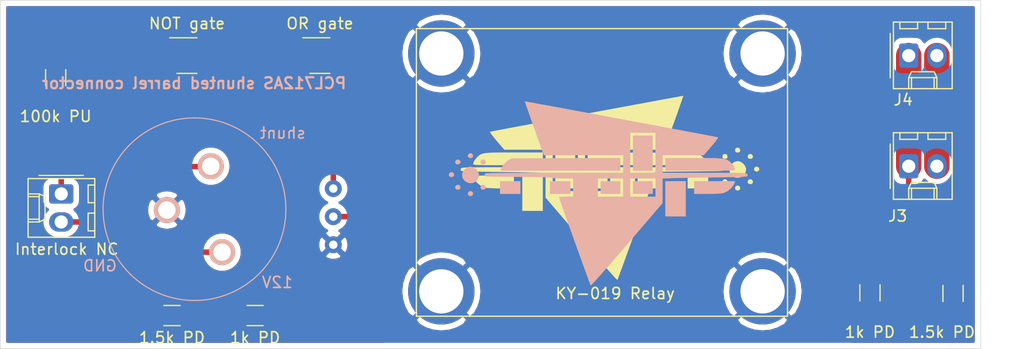
<source format=kicad_pcb>
(kicad_pcb (version 20171130) (host pcbnew "(5.1.7)-1")

  (general
    (thickness 1.6)
    (drawings 8)
    (tracks 49)
    (zones 0)
    (modules 14)
    (nets 11)
  )

  (page A4)
  (layers
    (0 F.Cu signal)
    (31 B.Cu signal)
    (32 B.Adhes user)
    (33 F.Adhes user)
    (34 B.Paste user)
    (35 F.Paste user)
    (36 B.SilkS user)
    (37 F.SilkS user)
    (38 B.Mask user)
    (39 F.Mask user)
    (40 Dwgs.User user)
    (41 Cmts.User user)
    (42 Eco1.User user)
    (43 Eco2.User user)
    (44 Edge.Cuts user)
    (45 Margin user)
    (46 B.CrtYd user)
    (47 F.CrtYd user)
    (48 B.Fab user)
    (49 F.Fab user)
  )

  (setup
    (last_trace_width 0.25)
    (user_trace_width 0.5)
    (user_trace_width 2.3)
    (trace_clearance 0.2)
    (zone_clearance 0.508)
    (zone_45_only no)
    (trace_min 0.2)
    (via_size 0.8)
    (via_drill 0.4)
    (via_min_size 0.4)
    (via_min_drill 0.3)
    (uvia_size 0.3)
    (uvia_drill 0.1)
    (uvias_allowed no)
    (uvia_min_size 0.2)
    (uvia_min_drill 0.1)
    (edge_width 0.05)
    (segment_width 0.2)
    (pcb_text_width 0.3)
    (pcb_text_size 1.5 1.5)
    (mod_edge_width 0.12)
    (mod_text_size 1 1)
    (mod_text_width 0.15)
    (pad_size 1.524 1.524)
    (pad_drill 0.762)
    (pad_to_mask_clearance 0)
    (aux_axis_origin 0 0)
    (visible_elements 7FFFFFFF)
    (pcbplotparams
      (layerselection 0x010fc_ffffffff)
      (usegerberextensions false)
      (usegerberattributes true)
      (usegerberadvancedattributes true)
      (creategerberjobfile true)
      (excludeedgelayer true)
      (linewidth 0.100000)
      (plotframeref false)
      (viasonmask false)
      (mode 1)
      (useauxorigin false)
      (hpglpennumber 1)
      (hpglpenspeed 20)
      (hpglpendiameter 15.000000)
      (psnegative false)
      (psa4output false)
      (plotreference true)
      (plotvalue true)
      (plotinvisibletext false)
      (padsonsilk false)
      (subtractmaskfromsilk false)
      (outputformat 1)
      (mirror false)
      (drillshape 1)
      (scaleselection 1)
      (outputdirectory ""))
  )

  (net 0 "")
  (net 1 /ShuntIN)
  (net 2 /ShuntOUT)
  (net 3 GND)
  (net 4 /InterlockPower)
  (net 5 /Koheron_PWR_OUT)
  (net 6 /Koheron_PWR_IN)
  (net 7 VCC)
  (net 8 /InterlockLogic)
  (net 9 "Net-(U1-Pad4)")
  (net 10 /Signal)

  (net_class Default "This is the default net class."
    (clearance 0.2)
    (trace_width 0.25)
    (via_dia 0.8)
    (via_drill 0.4)
    (uvia_dia 0.3)
    (uvia_drill 0.1)
    (add_net /InterlockLogic)
    (add_net /InterlockPower)
    (add_net /Koheron_PWR_IN)
    (add_net /Koheron_PWR_OUT)
    (add_net /ShuntIN)
    (add_net /ShuntOUT)
    (add_net /Signal)
    (add_net GND)
    (add_net "Net-(U1-Pad4)")
    (add_net VCC)
  )

  (module JRogersFootprintLIbrary:QLMLogo (layer F.Cu) (tedit 0) (tstamp 604133E4)
    (at 137.5 92.5)
    (fp_text reference G*** (at 0 0) (layer F.SilkS) hide
      (effects (font (size 1.524 1.524) (thickness 0.3)))
    )
    (fp_text value LOGO (at 0.75 0) (layer F.SilkS) hide
      (effects (font (size 1.524 1.524) (thickness 0.3)))
    )
    (fp_poly (pts (xy 6.630647 -8.298154) (xy 6.574841 -8.130247) (xy 6.484976 -7.868131) (xy 6.365467 -7.524472)
      (xy 6.220726 -7.111933) (xy 6.055168 -6.643182) (xy 5.873205 -6.130883) (xy 5.797413 -5.918284)
      (xy 4.931727 -3.492501) (xy 1.354613 -3.492501) (xy -2.2225 -3.4925) (xy -2.2225 -1.905)
      (xy 3.952875 -1.904028) (xy 4.828786 -1.903343) (xy 5.669373 -1.901621) (xy 6.465856 -1.898939)
      (xy 7.209453 -1.895374) (xy 7.891384 -1.891004) (xy 8.502867 -1.885907) (xy 9.035122 -1.88016)
      (xy 9.479367 -1.873839) (xy 9.826823 -1.867024) (xy 10.068708 -1.859791) (xy 10.196242 -1.852218)
      (xy 10.213872 -1.848794) (xy 10.275264 -1.748312) (xy 10.276513 -1.675141) (xy 10.266591 -1.647376)
      (xy 10.241285 -1.624181) (xy 10.189836 -1.605069) (xy 10.101486 -1.589554) (xy 9.965476 -1.577149)
      (xy 9.771046 -1.567367) (xy 9.507439 -1.559722) (xy 9.163896 -1.553727) (xy 8.729658 -1.548895)
      (xy 8.193966 -1.54474) (xy 7.546062 -1.540774) (xy 7.272428 -1.539239) (xy 6.542592 -1.533868)
      (xy 5.901064 -1.526412) (xy 5.354055 -1.517035) (xy 4.907778 -1.505897) (xy 4.568444 -1.493162)
      (xy 4.342267 -1.47899) (xy 4.235457 -1.463545) (xy 4.228463 -1.459864) (xy 4.143726 -1.436641)
      (xy 3.953652 -1.417593) (xy 3.679872 -1.404076) (xy 3.344017 -1.397446) (xy 3.2258 -1.397)
      (xy 2.286 -1.397) (xy 2.286 0.254) (xy 2.921 0.254) (xy 3.187545 0.25929)
      (xy 3.398998 0.273556) (xy 3.528483 0.294388) (xy 3.556 0.310935) (xy 3.535106 0.383373)
      (xy 3.47532 0.562786) (xy 3.380985 0.83706) (xy 3.256444 1.194082) (xy 3.106039 1.621736)
      (xy 2.934113 2.10791) (xy 2.745009 2.640489) (xy 2.54307 3.207358) (xy 2.332639 3.796404)
      (xy 2.118057 4.395512) (xy 1.903669 4.992568) (xy 1.693818 5.575459) (xy 1.492844 6.13207)
      (xy 1.305093 6.650286) (xy 1.134906 7.117994) (xy 0.986626 7.52308) (xy 0.864596 7.853429)
      (xy 0.773159 8.096927) (xy 0.716658 8.24146) (xy 0.700102 8.27739) (xy 0.651503 8.238964)
      (xy 0.526944 8.111056) (xy 0.332799 7.900878) (xy 0.075446 7.615639) (xy -0.238739 7.262552)
      (xy -0.60338 6.848827) (xy -1.012101 6.381675) (xy -1.458525 5.868307) (xy -1.936276 5.315935)
      (xy -2.438977 4.731769) (xy -2.565566 4.584215) (xy -5.7785 0.8369) (xy -5.7785 -1.39079)
      (xy -5.946522 -1.397) (xy -5.1435 -1.397) (xy -5.1435 0.254) (xy -2.8575 0.254)
      (xy -2.8575 -1.397) (xy -2.2225 -1.397) (xy -2.2225 0.254) (xy 0.0635 0.254)
      (xy 0.0635 -1.397) (xy -2.2225 -1.397) (xy -2.8575 -1.397) (xy -5.1435 -1.397)
      (xy -5.946522 -1.397) (xy -6.778625 -1.427754) (xy -7.061235 -1.436472) (xy -7.451247 -1.445955)
      (xy -7.92907 -1.455853) (xy -8.475112 -1.465819) (xy -9.069779 -1.475503) (xy -9.69348 -1.484557)
      (xy -10.326623 -1.49263) (xy -10.591114 -1.49565) (xy -11.272364 -1.503622) (xy -11.837238 -1.511505)
      (xy -12.296361 -1.519769) (xy -12.660355 -1.528882) (xy -12.939844 -1.539314) (xy -13.145451 -1.551533)
      (xy -13.287799 -1.566007) (xy -13.377513 -1.583205) (xy -13.425215 -1.603597) (xy -13.439843 -1.62135)
      (xy -13.434002 -1.745455) (xy -13.397829 -1.810559) (xy -13.367885 -1.830536) (xy -13.307588 -1.847548)
      (xy -13.207621 -1.861823) (xy -13.058668 -1.873591) (xy -12.851414 -1.88308) (xy -12.576543 -1.890519)
      (xy -12.224739 -1.896136) (xy -11.786686 -1.900159) (xy -11.253067 -1.902818) (xy -10.614568 -1.904341)
      (xy -9.861872 -1.904957) (xy -9.548975 -1.905001) (xy -5.7785 -1.905) (xy -5.7785 -3.4925)
      (xy -9.499132 -3.4925) (xy -10.181334 -4.287277) (xy -10.440241 -4.596078) (xy -10.631676 -4.839798)
      (xy -10.749766 -5.010383) (xy -10.788639 -5.09978) (xy -10.781643 -5.110711) (xy -10.708022 -5.126491)
      (xy -10.518995 -5.163632) (xy -10.223201 -5.220524) (xy -9.829277 -5.295556) (xy -9.34586 -5.38712)
      (xy -8.781588 -5.493606) (xy -8.617447 -5.5245) (xy -5.1435 -5.5245) (xy -5.1435 -1.905)
      (xy -2.8575 -1.905) (xy -2.8575 -5.5245) (xy -5.1435 -5.5245) (xy -8.617447 -5.5245)
      (xy -8.145099 -5.613403) (xy -7.44503 -5.744902) (xy -6.690019 -5.886492) (xy -5.888704 -6.036565)
      (xy -5.049722 -6.19351) (xy -4.18171 -6.355717) (xy -3.293307 -6.521577) (xy -2.39315 -6.689479)
      (xy -1.489877 -6.857814) (xy -0.592125 -7.024972) (xy 0.291469 -7.189343) (xy 1.152265 -7.349318)
      (xy 1.981628 -7.503285) (xy 2.770919 -7.649637) (xy 3.5115 -7.786762) (xy 4.194735 -7.91305)
      (xy 4.811985 -8.026893) (xy 5.354613 -8.12668) (xy 5.813981 -8.210801) (xy 6.181451 -8.277647)
      (xy 6.448387 -8.325607) (xy 6.60615 -8.353072) (xy 6.647981 -8.359185) (xy 6.630647 -8.298154)) (layer F.SilkS) (width 0.01))
    (fp_poly (pts (xy -6.0325 2.032) (xy -7.874 2.032) (xy -7.874 -1.143) (xy -6.0325 -1.143)
      (xy -6.0325 2.032)) (layer F.SilkS) (width 0.01))
    (fp_poly (pts (xy 11.642404 -0.233591) (xy 11.752414 -0.146591) (xy 11.792463 -0.005864) (xy 11.780217 0.060452)
      (xy 11.696374 0.164672) (xy 11.557 0.1905) (xy 11.399676 0.154215) (xy 11.333782 0.060452)
      (xy 11.332824 -0.085896) (xy 11.369028 -0.161798) (xy 11.501565 -0.24571) (xy 11.642404 -0.233591)) (layer F.SilkS) (width 0.01))
    (fp_poly (pts (xy -8.636 0) (xy -9.858375 -0.002788) (xy -10.357107 -0.007372) (xy -10.74282 -0.019149)
      (xy -11.029334 -0.03898) (xy -11.230475 -0.067729) (xy -11.331079 -0.09475) (xy -11.64241 -0.250688)
      (xy -11.926972 -0.474274) (xy -12.152167 -0.734575) (xy -12.285237 -1.000125) (xy -12.327559 -1.143)
      (xy -8.636 -1.143) (xy -8.636 0)) (layer F.SilkS) (width 0.01))
    (fp_poly (pts (xy 4.3815 0) (xy 2.54 0) (xy 2.54 -1.143) (xy 4.3815 -1.143)
      (xy 4.3815 0)) (layer F.SilkS) (width 0.01))
    (fp_poly (pts (xy 8.89 0) (xy 7.0485 0) (xy 7.0485 -1.143) (xy 8.89 -1.143)
      (xy 8.89 0)) (layer F.SilkS) (width 0.01))
    (fp_poly (pts (xy 10.499404 -0.805091) (xy 10.609414 -0.718091) (xy 10.649463 -0.577364) (xy 10.637217 -0.511048)
      (xy 10.553374 -0.406828) (xy 10.414 -0.381) (xy 10.256676 -0.417285) (xy 10.190782 -0.511048)
      (xy 10.189824 -0.657396) (xy 10.226028 -0.733298) (xy 10.358565 -0.81721) (xy 10.499404 -0.805091)) (layer F.SilkS) (width 0.01))
    (fp_poly (pts (xy 12.785404 -0.805091) (xy 12.895414 -0.718091) (xy 12.935463 -0.577364) (xy 12.923217 -0.511048)
      (xy 12.839374 -0.406828) (xy 12.7 -0.381) (xy 12.542676 -0.417285) (xy 12.476782 -0.511048)
      (xy 12.475824 -0.657396) (xy 12.512028 -0.733298) (xy 12.644565 -0.81721) (xy 12.785404 -0.805091)) (layer F.SilkS) (width 0.01))
    (fp_poly (pts (xy 11.669711 -2.448344) (xy 11.825484 -2.39305) (xy 12.039409 -2.251807) (xy 12.210911 -2.045561)
      (xy 12.307929 -1.817789) (xy 12.318762 -1.724097) (xy 12.263494 -1.443277) (xy 12.114347 -1.213109)
      (xy 11.897741 -1.048652) (xy 11.640097 -0.964966) (xy 11.367837 -0.977109) (xy 11.160484 -1.06393)
      (xy 10.979102 -1.238084) (xy 10.84657 -1.479558) (xy 10.795 -1.72978) (xy 10.795 -1.730582)
      (xy 10.850863 -1.952262) (xy 10.997363 -2.168882) (xy 11.202862 -2.341057) (xy 11.33682 -2.405104)
      (xy 11.522105 -2.456005) (xy 11.669711 -2.448344)) (layer F.SilkS) (width 0.01))
    (fp_poly (pts (xy 13.356904 -1.948091) (xy 13.466914 -1.861091) (xy 13.506963 -1.720364) (xy 13.494717 -1.654048)
      (xy 13.410874 -1.549828) (xy 13.2715 -1.524) (xy 13.114176 -1.560285) (xy 13.048282 -1.654048)
      (xy 13.047324 -1.800396) (xy 13.083528 -1.876298) (xy 13.216065 -1.96021) (xy 13.356904 -1.948091)) (layer F.SilkS) (width 0.01))
    (fp_poly (pts (xy -6.0325 -2.0955) (xy -9.17575 -2.0955) (xy -9.893772 -2.095835) (xy -10.494928 -2.097049)
      (xy -10.989353 -2.099461) (xy -11.387181 -2.103388) (xy -11.698545 -2.109146) (xy -11.93358 -2.117054)
      (xy -12.102419 -2.127428) (xy -12.215197 -2.140586) (xy -12.282047 -2.156844) (xy -12.313102 -2.176521)
      (xy -12.319 -2.193904) (xy -12.269891 -2.378719) (xy -12.136144 -2.601414) (xy -11.938132 -2.828442)
      (xy -11.927307 -2.838925) (xy -11.825902 -2.93283) (xy -11.726596 -3.010745) (xy -11.616961 -3.074163)
      (xy -11.48457 -3.124572) (xy -11.316995 -3.163465) (xy -11.101809 -3.192332) (xy -10.826585 -3.212663)
      (xy -10.478894 -3.225949) (xy -10.046311 -3.233682) (xy -9.516406 -3.237351) (xy -8.876753 -3.238448)
      (xy -8.596267 -3.2385) (xy -6.0325 -3.2385) (xy -6.0325 -2.0955)) (layer F.SilkS) (width 0.01))
    (fp_poly (pts (xy 7.84225 -3.20675) (xy 8.12518 -3.048) (xy 8.370555 -2.863309) (xy 8.592814 -2.614271)
      (xy 8.75336 -2.347605) (xy 8.794034 -2.238375) (xy 8.835058 -2.095501) (xy 3.433279 -2.0955)
      (xy -1.9685 -2.0955) (xy -1.9685 -3.24153) (xy 7.84225 -3.20675)) (layer F.SilkS) (width 0.01))
    (fp_poly (pts (xy 10.499404 -3.091091) (xy 10.609414 -3.004091) (xy 10.649463 -2.863364) (xy 10.637217 -2.797048)
      (xy 10.553374 -2.692828) (xy 10.414 -2.667) (xy 10.256676 -2.703285) (xy 10.190782 -2.797048)
      (xy 10.189824 -2.943396) (xy 10.226028 -3.019298) (xy 10.358565 -3.10321) (xy 10.499404 -3.091091)) (layer F.SilkS) (width 0.01))
    (fp_poly (pts (xy 12.785404 -3.091091) (xy 12.895414 -3.004091) (xy 12.935463 -2.863364) (xy 12.923217 -2.797048)
      (xy 12.839374 -2.692828) (xy 12.7 -2.667) (xy 12.542676 -2.703285) (xy 12.476782 -2.797048)
      (xy 12.475824 -2.943396) (xy 12.512028 -3.019298) (xy 12.644565 -3.10321) (xy 12.785404 -3.091091)) (layer F.SilkS) (width 0.01))
    (fp_poly (pts (xy 11.642404 -3.662591) (xy 11.752414 -3.575591) (xy 11.792463 -3.434864) (xy 11.780217 -3.368548)
      (xy 11.696374 -3.264328) (xy 11.557 -3.2385) (xy 11.399676 -3.274785) (xy 11.333782 -3.368548)
      (xy 11.332824 -3.514896) (xy 11.369028 -3.590798) (xy 11.501565 -3.67471) (xy 11.642404 -3.662591)) (layer F.SilkS) (width 0.01))
    (fp_poly (pts (xy -3.1115 0) (xy -4.8895 0) (xy -4.8895 -1.143) (xy -3.1115 -1.143)
      (xy -3.1115 0)) (layer F.SilkS) (width 0.01))
    (fp_poly (pts (xy -0.1905 0) (xy -1.9685 0) (xy -1.9685 -1.143) (xy -0.1905 -1.143)
      (xy -0.1905 0)) (layer F.SilkS) (width 0.01))
    (fp_poly (pts (xy -3.1115 -2.0955) (xy -4.8895 -2.0955) (xy -4.8895 -5.2705) (xy -3.1115 -5.2705)
      (xy -3.1115 -2.0955)) (layer F.SilkS) (width 0.01))
  )

  (module JRogersFootprintLIbrary:PCL712AS (layer B.Cu) (tedit 6040D845) (tstamp 603FB201)
    (at 97.54 94.46 270)
    (descr PCL712AS-1)
    (tags Connector)
    (path /603ECC87)
    (fp_text reference "PCL712AS shunted barrel connector" (at -11.46 -2.46) (layer B.SilkS)
      (effects (font (size 1 1) (thickness 0.2)) (justify mirror))
    )
    (fp_text value Barrel_Jack_Switch_Pin3Ring (at -0.075 -2.49 90) (layer B.SilkS) hide
      (effects (font (size 1.27 1.27) (thickness 0.254)) (justify mirror))
    )
    (fp_line (start 10.085 -2.49) (end 10.085 -2.49) (layer Dwgs.User) (width 0.1))
    (fp_line (start -10.235 -2.49) (end -10.235 -2.49) (layer Dwgs.User) (width 0.1))
    (fp_line (start 8.175 -2.49) (end 8.175 -2.49) (layer B.SilkS) (width 0.1))
    (fp_line (start -8.325 -2.49) (end -8.325 -2.49) (layer B.SilkS) (width 0.1))
    (fp_line (start 8.175 -2.49) (end 8.175 -2.49) (layer Dwgs.User) (width 0.2))
    (fp_line (start -8.325 -2.49) (end -8.325 -2.49) (layer Dwgs.User) (width 0.2))
    (fp_arc (start -0.075 -2.49) (end 10.085 -2.49) (angle 180) (layer Dwgs.User) (width 0.1))
    (fp_arc (start -0.075 -2.49) (end -10.235 -2.49) (angle 180) (layer Dwgs.User) (width 0.1))
    (fp_arc (start -0.075 -2.49) (end 8.175 -2.49) (angle 180) (layer B.SilkS) (width 0.1))
    (fp_arc (start -0.075 -2.49) (end -8.325 -2.49) (angle 180) (layer B.SilkS) (width 0.1))
    (fp_arc (start -0.075 -2.49) (end 8.175 -2.49) (angle 180) (layer Dwgs.User) (width 0.2))
    (fp_arc (start -0.075 -2.49) (end -8.325 -2.49) (angle 180) (layer Dwgs.User) (width 0.2))
    (pad 3 thru_hole circle (at 3.81 -4.98 180) (size 2.355 2.355) (drill 1.57) (layers *.Cu *.Mask B.SilkS)
      (net 4 /InterlockPower))
    (pad 2 thru_hole circle (at -3.96 -3.96 180) (size 2.355 2.355) (drill 1.57) (layers *.Cu *.Mask B.SilkS)
      (net 2 /ShuntOUT))
    (pad 1 thru_hole circle (at 0 0 180) (size 2.355 2.355) (drill 1.57) (layers *.Cu *.Mask B.SilkS)
      (net 3 GND))
    (model R:/Cuprite/Electronics/JoshsKiCADLibraries/SamacSys_Parts.3dshapes/PCL712AS.step
      (at (xyz 0 0 0))
      (scale (xyz 1 1 1))
      (rotate (xyz 0 0 0))
    )
  )

  (module "KiCAD libraries:KY-019Relay" (layer F.Cu) (tedit 603FFEC7) (tstamp 603FB2E0)
    (at 112.560001 95.060001)
    (path /603F940D)
    (fp_text reference "KY-019 Relay" (at 25.439999 6.939999) (layer F.SilkS)
      (effects (font (size 1 1) (thickness 0.15)))
    )
    (fp_text value ArduinoKY-019 (at 25 -8) (layer F.Fab)
      (effects (font (size 1 1) (thickness 0.15)))
    )
    (fp_line (start 7.5 9) (end 7.5 -16.5) (layer F.SilkS) (width 0.12))
    (fp_line (start 7.5 -16.5) (end 7.5 -17) (layer F.SilkS) (width 0.12))
    (fp_line (start 7.5 -17) (end 41 -17) (layer F.SilkS) (width 0.12))
    (fp_line (start 41 -17) (end 41 9) (layer F.SilkS) (width 0.12))
    (fp_line (start 41 9) (end 7.5 9) (layer F.SilkS) (width 0.12))
    (fp_line (start -2 -4) (end 6 -4) (layer F.CrtYd) (width 0.12))
    (fp_line (start 6 -4) (end 6 -18) (layer F.CrtYd) (width 0.12))
    (fp_line (start 6 -18) (end 43 -18) (layer F.CrtYd) (width 0.12))
    (fp_line (start 43 -18) (end 43 10) (layer F.CrtYd) (width 0.12))
    (fp_line (start 43 10) (end 6 10) (layer F.CrtYd) (width 0.12))
    (fp_line (start 6 10) (end 6 4) (layer F.CrtYd) (width 0.12))
    (fp_line (start 6 4) (end -2 4) (layer F.CrtYd) (width 0.12))
    (fp_line (start -2 4) (end -2 -4) (layer F.CrtYd) (width 0.12))
    (pad 3 thru_hole circle (at 38.75 -14.75) (size 6 6) (drill 4) (layers *.Cu *.Mask)
      (net 3 GND))
    (pad 3 thru_hole circle (at 38.75 6.75) (size 6 6) (drill 4) (layers *.Cu *.Mask)
      (net 3 GND))
    (pad 3 thru_hole circle (at 9.75 6.75) (size 6 6) (drill 4) (layers *.Cu *.Mask)
      (net 3 GND))
    (pad 3 thru_hole circle (at 9.75 -14.75) (size 6 6) (drill 4) (layers *.Cu *.Mask)
      (net 3 GND))
    (pad 3 thru_hole circle (at 0 2.54) (size 1.524 1.524) (drill 0.762) (layers *.Cu *.Mask)
      (net 3 GND))
    (pad 1 thru_hole circle (at 0 -2.54) (size 1.524 1.524) (drill 0.762) (layers *.Cu *.Mask)
      (net 10 /Signal))
    (pad 2 thru_hole circle (at 0 0) (size 1.524 1.524) (drill 0.762) (layers *.Cu *.Mask)
      (net 7 VCC))
    (model "C:/Users/Josh Rogers/Downloads/Youngneer Single Channel 5V Relay.step"
      (offset (xyz 7.5 17 2.3))
      (scale (xyz 1 1 1))
      (rotate (xyz -90 0 90))
    )
  )

  (module "KiCAD libraries:QLMLogo" (layer B.Cu) (tedit 0) (tstamp 603FFC5E)
    (at 136.5 93 180)
    (fp_text reference G*** (at 0 0) (layer B.SilkS) hide
      (effects (font (size 1.524 1.524) (thickness 0.3)) (justify mirror))
    )
    (fp_text value LOGO (at 0.75 0) (layer B.SilkS) hide
      (effects (font (size 1.524 1.524) (thickness 0.3)) (justify mirror))
    )
    (fp_poly (pts (xy -3.1115 2.0955) (xy -4.8895 2.0955) (xy -4.8895 5.2705) (xy -3.1115 5.2705)
      (xy -3.1115 2.0955)) (layer B.SilkS) (width 0.01))
    (fp_poly (pts (xy -0.1905 0) (xy -1.9685 0) (xy -1.9685 1.143) (xy -0.1905 1.143)
      (xy -0.1905 0)) (layer B.SilkS) (width 0.01))
    (fp_poly (pts (xy -3.1115 0) (xy -4.8895 0) (xy -4.8895 1.143) (xy -3.1115 1.143)
      (xy -3.1115 0)) (layer B.SilkS) (width 0.01))
    (fp_poly (pts (xy 11.642404 3.662591) (xy 11.752414 3.575591) (xy 11.792463 3.434864) (xy 11.780217 3.368548)
      (xy 11.696374 3.264328) (xy 11.557 3.2385) (xy 11.399676 3.274785) (xy 11.333782 3.368548)
      (xy 11.332824 3.514896) (xy 11.369028 3.590798) (xy 11.501565 3.67471) (xy 11.642404 3.662591)) (layer B.SilkS) (width 0.01))
    (fp_poly (pts (xy 12.785404 3.091091) (xy 12.895414 3.004091) (xy 12.935463 2.863364) (xy 12.923217 2.797048)
      (xy 12.839374 2.692828) (xy 12.7 2.667) (xy 12.542676 2.703285) (xy 12.476782 2.797048)
      (xy 12.475824 2.943396) (xy 12.512028 3.019298) (xy 12.644565 3.10321) (xy 12.785404 3.091091)) (layer B.SilkS) (width 0.01))
    (fp_poly (pts (xy 10.499404 3.091091) (xy 10.609414 3.004091) (xy 10.649463 2.863364) (xy 10.637217 2.797048)
      (xy 10.553374 2.692828) (xy 10.414 2.667) (xy 10.256676 2.703285) (xy 10.190782 2.797048)
      (xy 10.189824 2.943396) (xy 10.226028 3.019298) (xy 10.358565 3.10321) (xy 10.499404 3.091091)) (layer B.SilkS) (width 0.01))
    (fp_poly (pts (xy 7.84225 3.20675) (xy 8.12518 3.048) (xy 8.370555 2.863309) (xy 8.592814 2.614271)
      (xy 8.75336 2.347605) (xy 8.794034 2.238375) (xy 8.835058 2.095501) (xy 3.433279 2.0955)
      (xy -1.9685 2.0955) (xy -1.9685 3.24153) (xy 7.84225 3.20675)) (layer B.SilkS) (width 0.01))
    (fp_poly (pts (xy -6.0325 2.0955) (xy -9.17575 2.0955) (xy -9.893772 2.095835) (xy -10.494928 2.097049)
      (xy -10.989353 2.099461) (xy -11.387181 2.103388) (xy -11.698545 2.109146) (xy -11.93358 2.117054)
      (xy -12.102419 2.127428) (xy -12.215197 2.140586) (xy -12.282047 2.156844) (xy -12.313102 2.176521)
      (xy -12.319 2.193904) (xy -12.269891 2.378719) (xy -12.136144 2.601414) (xy -11.938132 2.828442)
      (xy -11.927307 2.838925) (xy -11.825902 2.93283) (xy -11.726596 3.010745) (xy -11.616961 3.074163)
      (xy -11.48457 3.124572) (xy -11.316995 3.163465) (xy -11.101809 3.192332) (xy -10.826585 3.212663)
      (xy -10.478894 3.225949) (xy -10.046311 3.233682) (xy -9.516406 3.237351) (xy -8.876753 3.238448)
      (xy -8.596267 3.2385) (xy -6.0325 3.2385) (xy -6.0325 2.0955)) (layer B.SilkS) (width 0.01))
    (fp_poly (pts (xy 13.356904 1.948091) (xy 13.466914 1.861091) (xy 13.506963 1.720364) (xy 13.494717 1.654048)
      (xy 13.410874 1.549828) (xy 13.2715 1.524) (xy 13.114176 1.560285) (xy 13.048282 1.654048)
      (xy 13.047324 1.800396) (xy 13.083528 1.876298) (xy 13.216065 1.96021) (xy 13.356904 1.948091)) (layer B.SilkS) (width 0.01))
    (fp_poly (pts (xy 11.669711 2.448344) (xy 11.825484 2.39305) (xy 12.039409 2.251807) (xy 12.210911 2.045561)
      (xy 12.307929 1.817789) (xy 12.318762 1.724097) (xy 12.263494 1.443277) (xy 12.114347 1.213109)
      (xy 11.897741 1.048652) (xy 11.640097 0.964966) (xy 11.367837 0.977109) (xy 11.160484 1.06393)
      (xy 10.979102 1.238084) (xy 10.84657 1.479558) (xy 10.795 1.72978) (xy 10.795 1.730582)
      (xy 10.850863 1.952262) (xy 10.997363 2.168882) (xy 11.202862 2.341057) (xy 11.33682 2.405104)
      (xy 11.522105 2.456005) (xy 11.669711 2.448344)) (layer B.SilkS) (width 0.01))
    (fp_poly (pts (xy 12.785404 0.805091) (xy 12.895414 0.718091) (xy 12.935463 0.577364) (xy 12.923217 0.511048)
      (xy 12.839374 0.406828) (xy 12.7 0.381) (xy 12.542676 0.417285) (xy 12.476782 0.511048)
      (xy 12.475824 0.657396) (xy 12.512028 0.733298) (xy 12.644565 0.81721) (xy 12.785404 0.805091)) (layer B.SilkS) (width 0.01))
    (fp_poly (pts (xy 10.499404 0.805091) (xy 10.609414 0.718091) (xy 10.649463 0.577364) (xy 10.637217 0.511048)
      (xy 10.553374 0.406828) (xy 10.414 0.381) (xy 10.256676 0.417285) (xy 10.190782 0.511048)
      (xy 10.189824 0.657396) (xy 10.226028 0.733298) (xy 10.358565 0.81721) (xy 10.499404 0.805091)) (layer B.SilkS) (width 0.01))
    (fp_poly (pts (xy 8.89 0) (xy 7.0485 0) (xy 7.0485 1.143) (xy 8.89 1.143)
      (xy 8.89 0)) (layer B.SilkS) (width 0.01))
    (fp_poly (pts (xy 4.3815 0) (xy 2.54 0) (xy 2.54 1.143) (xy 4.3815 1.143)
      (xy 4.3815 0)) (layer B.SilkS) (width 0.01))
    (fp_poly (pts (xy -8.636 0) (xy -9.858375 0.002788) (xy -10.357107 0.007372) (xy -10.74282 0.019149)
      (xy -11.029334 0.03898) (xy -11.230475 0.067729) (xy -11.331079 0.09475) (xy -11.64241 0.250688)
      (xy -11.926972 0.474274) (xy -12.152167 0.734575) (xy -12.285237 1.000125) (xy -12.327559 1.143)
      (xy -8.636 1.143) (xy -8.636 0)) (layer B.SilkS) (width 0.01))
    (fp_poly (pts (xy 11.642404 0.233591) (xy 11.752414 0.146591) (xy 11.792463 0.005864) (xy 11.780217 -0.060452)
      (xy 11.696374 -0.164672) (xy 11.557 -0.1905) (xy 11.399676 -0.154215) (xy 11.333782 -0.060452)
      (xy 11.332824 0.085896) (xy 11.369028 0.161798) (xy 11.501565 0.24571) (xy 11.642404 0.233591)) (layer B.SilkS) (width 0.01))
    (fp_poly (pts (xy -6.0325 -2.032) (xy -7.874 -2.032) (xy -7.874 1.143) (xy -6.0325 1.143)
      (xy -6.0325 -2.032)) (layer B.SilkS) (width 0.01))
    (fp_poly (pts (xy 6.630647 8.298154) (xy 6.574841 8.130247) (xy 6.484976 7.868131) (xy 6.365467 7.524472)
      (xy 6.220726 7.111933) (xy 6.055168 6.643182) (xy 5.873205 6.130883) (xy 5.797413 5.918284)
      (xy 4.931727 3.492501) (xy 1.354613 3.492501) (xy -2.2225 3.4925) (xy -2.2225 1.905)
      (xy 3.952875 1.904028) (xy 4.828786 1.903343) (xy 5.669373 1.901621) (xy 6.465856 1.898939)
      (xy 7.209453 1.895374) (xy 7.891384 1.891004) (xy 8.502867 1.885907) (xy 9.035122 1.88016)
      (xy 9.479367 1.873839) (xy 9.826823 1.867024) (xy 10.068708 1.859791) (xy 10.196242 1.852218)
      (xy 10.213872 1.848794) (xy 10.275264 1.748312) (xy 10.276513 1.675141) (xy 10.266591 1.647376)
      (xy 10.241285 1.624181) (xy 10.189836 1.605069) (xy 10.101486 1.589554) (xy 9.965476 1.577149)
      (xy 9.771046 1.567367) (xy 9.507439 1.559722) (xy 9.163896 1.553727) (xy 8.729658 1.548895)
      (xy 8.193966 1.54474) (xy 7.546062 1.540774) (xy 7.272428 1.539239) (xy 6.542592 1.533868)
      (xy 5.901064 1.526412) (xy 5.354055 1.517035) (xy 4.907778 1.505897) (xy 4.568444 1.493162)
      (xy 4.342267 1.47899) (xy 4.235457 1.463545) (xy 4.228463 1.459864) (xy 4.143726 1.436641)
      (xy 3.953652 1.417593) (xy 3.679872 1.404076) (xy 3.344017 1.397446) (xy 3.2258 1.397)
      (xy 2.286 1.397) (xy 2.286 -0.254) (xy 2.921 -0.254) (xy 3.187545 -0.25929)
      (xy 3.398998 -0.273556) (xy 3.528483 -0.294388) (xy 3.556 -0.310935) (xy 3.535106 -0.383373)
      (xy 3.47532 -0.562786) (xy 3.380985 -0.83706) (xy 3.256444 -1.194082) (xy 3.106039 -1.621736)
      (xy 2.934113 -2.10791) (xy 2.745009 -2.640489) (xy 2.54307 -3.207358) (xy 2.332639 -3.796404)
      (xy 2.118057 -4.395512) (xy 1.903669 -4.992568) (xy 1.693818 -5.575459) (xy 1.492844 -6.13207)
      (xy 1.305093 -6.650286) (xy 1.134906 -7.117994) (xy 0.986626 -7.52308) (xy 0.864596 -7.853429)
      (xy 0.773159 -8.096927) (xy 0.716658 -8.24146) (xy 0.700102 -8.27739) (xy 0.651503 -8.238964)
      (xy 0.526944 -8.111056) (xy 0.332799 -7.900878) (xy 0.075446 -7.615639) (xy -0.238739 -7.262552)
      (xy -0.60338 -6.848827) (xy -1.012101 -6.381675) (xy -1.458525 -5.868307) (xy -1.936276 -5.315935)
      (xy -2.438977 -4.731769) (xy -2.565566 -4.584215) (xy -5.7785 -0.8369) (xy -5.7785 1.39079)
      (xy -5.946522 1.397) (xy -5.1435 1.397) (xy -5.1435 -0.254) (xy -2.8575 -0.254)
      (xy -2.8575 1.397) (xy -2.2225 1.397) (xy -2.2225 -0.254) (xy 0.0635 -0.254)
      (xy 0.0635 1.397) (xy -2.2225 1.397) (xy -2.8575 1.397) (xy -5.1435 1.397)
      (xy -5.946522 1.397) (xy -6.778625 1.427754) (xy -7.061235 1.436472) (xy -7.451247 1.445955)
      (xy -7.92907 1.455853) (xy -8.475112 1.465819) (xy -9.069779 1.475503) (xy -9.69348 1.484557)
      (xy -10.326623 1.49263) (xy -10.591114 1.49565) (xy -11.272364 1.503622) (xy -11.837238 1.511505)
      (xy -12.296361 1.519769) (xy -12.660355 1.528882) (xy -12.939844 1.539314) (xy -13.145451 1.551533)
      (xy -13.287799 1.566007) (xy -13.377513 1.583205) (xy -13.425215 1.603597) (xy -13.439843 1.62135)
      (xy -13.434002 1.745455) (xy -13.397829 1.810559) (xy -13.367885 1.830536) (xy -13.307588 1.847548)
      (xy -13.207621 1.861823) (xy -13.058668 1.873591) (xy -12.851414 1.88308) (xy -12.576543 1.890519)
      (xy -12.224739 1.896136) (xy -11.786686 1.900159) (xy -11.253067 1.902818) (xy -10.614568 1.904341)
      (xy -9.861872 1.904957) (xy -9.548975 1.905001) (xy -5.7785 1.905) (xy -5.7785 3.4925)
      (xy -9.499132 3.4925) (xy -10.181334 4.287277) (xy -10.440241 4.596078) (xy -10.631676 4.839798)
      (xy -10.749766 5.010383) (xy -10.788639 5.09978) (xy -10.781643 5.110711) (xy -10.708022 5.126491)
      (xy -10.518995 5.163632) (xy -10.223201 5.220524) (xy -9.829277 5.295556) (xy -9.34586 5.38712)
      (xy -8.781588 5.493606) (xy -8.617447 5.5245) (xy -5.1435 5.5245) (xy -5.1435 1.905)
      (xy -2.8575 1.905) (xy -2.8575 5.5245) (xy -5.1435 5.5245) (xy -8.617447 5.5245)
      (xy -8.145099 5.613403) (xy -7.44503 5.744902) (xy -6.690019 5.886492) (xy -5.888704 6.036565)
      (xy -5.049722 6.19351) (xy -4.18171 6.355717) (xy -3.293307 6.521577) (xy -2.39315 6.689479)
      (xy -1.489877 6.857814) (xy -0.592125 7.024972) (xy 0.291469 7.189343) (xy 1.152265 7.349318)
      (xy 1.981628 7.503285) (xy 2.770919 7.649637) (xy 3.5115 7.786762) (xy 4.194735 7.91305)
      (xy 4.811985 8.026893) (xy 5.354613 8.12668) (xy 5.813981 8.210801) (xy 6.181451 8.277647)
      (xy 6.448387 8.325607) (xy 6.60615 8.353072) (xy 6.647981 8.359185) (xy 6.630647 8.298154)) (layer B.SilkS) (width 0.01))
  )

  (module Connector_Molex:Molex_KK-254_AE-6410-02A_1x02_P2.54mm_Vertical (layer F.Cu) (tedit 5EA53D3B) (tstamp 603FB1F9)
    (at 88 93 270)
    (descr "Molex KK-254 Interconnect System, old/engineering part number: AE-6410-02A example for new part number: 22-27-2021, 2 Pins (http://www.molex.com/pdm_docs/sd/022272021_sd.pdf), generated with kicad-footprint-generator")
    (tags "connector Molex KK-254 vertical")
    (path /6040DE57)
    (fp_text reference "Interlock NC" (at 5 -0.5) (layer F.SilkS)
      (effects (font (size 1 1) (thickness 0.15)))
    )
    (fp_text value Conn_01x02_Male (at 1.27 4.08 90) (layer F.Fab)
      (effects (font (size 1 1) (thickness 0.15)))
    )
    (fp_line (start -1.27 -2.92) (end -1.27 2.88) (layer F.Fab) (width 0.1))
    (fp_line (start -1.27 2.88) (end 3.81 2.88) (layer F.Fab) (width 0.1))
    (fp_line (start 3.81 2.88) (end 3.81 -2.92) (layer F.Fab) (width 0.1))
    (fp_line (start 3.81 -2.92) (end -1.27 -2.92) (layer F.Fab) (width 0.1))
    (fp_line (start -1.38 -3.03) (end -1.38 2.99) (layer F.SilkS) (width 0.12))
    (fp_line (start -1.38 2.99) (end 3.92 2.99) (layer F.SilkS) (width 0.12))
    (fp_line (start 3.92 2.99) (end 3.92 -3.03) (layer F.SilkS) (width 0.12))
    (fp_line (start 3.92 -3.03) (end -1.38 -3.03) (layer F.SilkS) (width 0.12))
    (fp_line (start -1.67 -2) (end -1.67 2) (layer F.SilkS) (width 0.12))
    (fp_line (start -1.27 -0.5) (end -0.562893 0) (layer F.Fab) (width 0.1))
    (fp_line (start -0.562893 0) (end -1.27 0.5) (layer F.Fab) (width 0.1))
    (fp_line (start 0 2.99) (end 0 1.99) (layer F.SilkS) (width 0.12))
    (fp_line (start 0 1.99) (end 2.54 1.99) (layer F.SilkS) (width 0.12))
    (fp_line (start 2.54 1.99) (end 2.54 2.99) (layer F.SilkS) (width 0.12))
    (fp_line (start 0 1.99) (end 0.25 1.46) (layer F.SilkS) (width 0.12))
    (fp_line (start 0.25 1.46) (end 2.29 1.46) (layer F.SilkS) (width 0.12))
    (fp_line (start 2.29 1.46) (end 2.54 1.99) (layer F.SilkS) (width 0.12))
    (fp_line (start 0.25 2.99) (end 0.25 1.99) (layer F.SilkS) (width 0.12))
    (fp_line (start 2.29 2.99) (end 2.29 1.99) (layer F.SilkS) (width 0.12))
    (fp_line (start -0.8 -3.03) (end -0.8 -2.43) (layer F.SilkS) (width 0.12))
    (fp_line (start -0.8 -2.43) (end 0.8 -2.43) (layer F.SilkS) (width 0.12))
    (fp_line (start 0.8 -2.43) (end 0.8 -3.03) (layer F.SilkS) (width 0.12))
    (fp_line (start 1.74 -3.03) (end 1.74 -2.43) (layer F.SilkS) (width 0.12))
    (fp_line (start 1.74 -2.43) (end 3.34 -2.43) (layer F.SilkS) (width 0.12))
    (fp_line (start 3.34 -2.43) (end 3.34 -3.03) (layer F.SilkS) (width 0.12))
    (fp_line (start -1.77 -3.42) (end -1.77 3.38) (layer F.CrtYd) (width 0.05))
    (fp_line (start -1.77 3.38) (end 4.31 3.38) (layer F.CrtYd) (width 0.05))
    (fp_line (start 4.31 3.38) (end 4.31 -3.42) (layer F.CrtYd) (width 0.05))
    (fp_line (start 4.31 -3.42) (end -1.77 -3.42) (layer F.CrtYd) (width 0.05))
    (fp_text user %R (at 1.27 -2.22 90) (layer F.Fab)
      (effects (font (size 1 1) (thickness 0.15)))
    )
    (pad 1 thru_hole roundrect (at 0 0 270) (size 1.74 2.19) (drill 1.19) (layers *.Cu *.Mask) (roundrect_rratio 0.143678)
      (net 1 /ShuntIN))
    (pad 2 thru_hole oval (at 2.54 0 270) (size 1.74 2.19) (drill 1.19) (layers *.Cu *.Mask)
      (net 2 /ShuntOUT))
    (model ${KISYS3DMOD}/Connector_Molex.3dshapes/Molex_KK-254_AE-6410-02A_1x02_P2.54mm_Vertical.wrl
      (at (xyz 0 0 0))
      (scale (xyz 1 1 1))
      (rotate (xyz 0 0 0))
    )
  )

  (module Connector_Molex:Molex_KK-254_AE-6410-02A_1x02_P2.54mm_Vertical (layer F.Cu) (tedit 5EA53D3B) (tstamp 603FB225)
    (at 164.5 90.5)
    (descr "Molex KK-254 Interconnect System, old/engineering part number: AE-6410-02A example for new part number: 22-27-2021, 2 Pins (http://www.molex.com/pdm_docs/sd/022272021_sd.pdf), generated with kicad-footprint-generator")
    (tags "connector Molex KK-254 vertical")
    (path /603EE8BA)
    (fp_text reference J3 (at -1 4.5) (layer F.SilkS)
      (effects (font (size 1 1) (thickness 0.15)))
    )
    (fp_text value "Relay power connection" (at 1.27 4.08) (layer F.Fab)
      (effects (font (size 1 1) (thickness 0.15)))
    )
    (fp_line (start 4.31 -3.42) (end -1.77 -3.42) (layer F.CrtYd) (width 0.05))
    (fp_line (start 4.31 3.38) (end 4.31 -3.42) (layer F.CrtYd) (width 0.05))
    (fp_line (start -1.77 3.38) (end 4.31 3.38) (layer F.CrtYd) (width 0.05))
    (fp_line (start -1.77 -3.42) (end -1.77 3.38) (layer F.CrtYd) (width 0.05))
    (fp_line (start 3.34 -2.43) (end 3.34 -3.03) (layer F.SilkS) (width 0.12))
    (fp_line (start 1.74 -2.43) (end 3.34 -2.43) (layer F.SilkS) (width 0.12))
    (fp_line (start 1.74 -3.03) (end 1.74 -2.43) (layer F.SilkS) (width 0.12))
    (fp_line (start 0.8 -2.43) (end 0.8 -3.03) (layer F.SilkS) (width 0.12))
    (fp_line (start -0.8 -2.43) (end 0.8 -2.43) (layer F.SilkS) (width 0.12))
    (fp_line (start -0.8 -3.03) (end -0.8 -2.43) (layer F.SilkS) (width 0.12))
    (fp_line (start 2.29 2.99) (end 2.29 1.99) (layer F.SilkS) (width 0.12))
    (fp_line (start 0.25 2.99) (end 0.25 1.99) (layer F.SilkS) (width 0.12))
    (fp_line (start 2.29 1.46) (end 2.54 1.99) (layer F.SilkS) (width 0.12))
    (fp_line (start 0.25 1.46) (end 2.29 1.46) (layer F.SilkS) (width 0.12))
    (fp_line (start 0 1.99) (end 0.25 1.46) (layer F.SilkS) (width 0.12))
    (fp_line (start 2.54 1.99) (end 2.54 2.99) (layer F.SilkS) (width 0.12))
    (fp_line (start 0 1.99) (end 2.54 1.99) (layer F.SilkS) (width 0.12))
    (fp_line (start 0 2.99) (end 0 1.99) (layer F.SilkS) (width 0.12))
    (fp_line (start -0.562893 0) (end -1.27 0.5) (layer F.Fab) (width 0.1))
    (fp_line (start -1.27 -0.5) (end -0.562893 0) (layer F.Fab) (width 0.1))
    (fp_line (start -1.67 -2) (end -1.67 2) (layer F.SilkS) (width 0.12))
    (fp_line (start 3.92 -3.03) (end -1.38 -3.03) (layer F.SilkS) (width 0.12))
    (fp_line (start 3.92 2.99) (end 3.92 -3.03) (layer F.SilkS) (width 0.12))
    (fp_line (start -1.38 2.99) (end 3.92 2.99) (layer F.SilkS) (width 0.12))
    (fp_line (start -1.38 -3.03) (end -1.38 2.99) (layer F.SilkS) (width 0.12))
    (fp_line (start 3.81 -2.92) (end -1.27 -2.92) (layer F.Fab) (width 0.1))
    (fp_line (start 3.81 2.88) (end 3.81 -2.92) (layer F.Fab) (width 0.1))
    (fp_line (start -1.27 2.88) (end 3.81 2.88) (layer F.Fab) (width 0.1))
    (fp_line (start -1.27 -2.92) (end -1.27 2.88) (layer F.Fab) (width 0.1))
    (fp_text user %R (at 1.27 -2.22) (layer F.Fab)
      (effects (font (size 1 1) (thickness 0.15)))
    )
    (pad 2 thru_hole oval (at 2.54 0) (size 1.74 2.19) (drill 1.19) (layers *.Cu *.Mask)
      (net 5 /Koheron_PWR_OUT))
    (pad 1 thru_hole roundrect (at 0 0) (size 1.74 2.19) (drill 1.19) (layers *.Cu *.Mask) (roundrect_rratio 0.143678)
      (net 6 /Koheron_PWR_IN))
    (model ${KISYS3DMOD}/Connector_Molex.3dshapes/Molex_KK-254_AE-6410-02A_1x02_P2.54mm_Vertical.wrl
      (at (xyz 0 0 0))
      (scale (xyz 1 1 1))
      (rotate (xyz 0 0 0))
    )
  )

  (module Connector_Molex:Molex_KK-254_AE-6410-02A_1x02_P2.54mm_Vertical (layer F.Cu) (tedit 5EA53D3B) (tstamp 603FB249)
    (at 164.5 80.5)
    (descr "Molex KK-254 Interconnect System, old/engineering part number: AE-6410-02A example for new part number: 22-27-2021, 2 Pins (http://www.molex.com/pdm_docs/sd/022272021_sd.pdf), generated with kicad-footprint-generator")
    (tags "connector Molex KK-254 vertical")
    (path /603ED734)
    (fp_text reference J4 (at -0.5 4) (layer F.SilkS)
      (effects (font (size 1 1) (thickness 0.15)))
    )
    (fp_text value "Koheron Board Power" (at 1.27 4.08) (layer F.Fab)
      (effects (font (size 1 1) (thickness 0.15)))
    )
    (fp_line (start -1.27 -2.92) (end -1.27 2.88) (layer F.Fab) (width 0.1))
    (fp_line (start -1.27 2.88) (end 3.81 2.88) (layer F.Fab) (width 0.1))
    (fp_line (start 3.81 2.88) (end 3.81 -2.92) (layer F.Fab) (width 0.1))
    (fp_line (start 3.81 -2.92) (end -1.27 -2.92) (layer F.Fab) (width 0.1))
    (fp_line (start -1.38 -3.03) (end -1.38 2.99) (layer F.SilkS) (width 0.12))
    (fp_line (start -1.38 2.99) (end 3.92 2.99) (layer F.SilkS) (width 0.12))
    (fp_line (start 3.92 2.99) (end 3.92 -3.03) (layer F.SilkS) (width 0.12))
    (fp_line (start 3.92 -3.03) (end -1.38 -3.03) (layer F.SilkS) (width 0.12))
    (fp_line (start -1.67 -2) (end -1.67 2) (layer F.SilkS) (width 0.12))
    (fp_line (start -1.27 -0.5) (end -0.562893 0) (layer F.Fab) (width 0.1))
    (fp_line (start -0.562893 0) (end -1.27 0.5) (layer F.Fab) (width 0.1))
    (fp_line (start 0 2.99) (end 0 1.99) (layer F.SilkS) (width 0.12))
    (fp_line (start 0 1.99) (end 2.54 1.99) (layer F.SilkS) (width 0.12))
    (fp_line (start 2.54 1.99) (end 2.54 2.99) (layer F.SilkS) (width 0.12))
    (fp_line (start 0 1.99) (end 0.25 1.46) (layer F.SilkS) (width 0.12))
    (fp_line (start 0.25 1.46) (end 2.29 1.46) (layer F.SilkS) (width 0.12))
    (fp_line (start 2.29 1.46) (end 2.54 1.99) (layer F.SilkS) (width 0.12))
    (fp_line (start 0.25 2.99) (end 0.25 1.99) (layer F.SilkS) (width 0.12))
    (fp_line (start 2.29 2.99) (end 2.29 1.99) (layer F.SilkS) (width 0.12))
    (fp_line (start -0.8 -3.03) (end -0.8 -2.43) (layer F.SilkS) (width 0.12))
    (fp_line (start -0.8 -2.43) (end 0.8 -2.43) (layer F.SilkS) (width 0.12))
    (fp_line (start 0.8 -2.43) (end 0.8 -3.03) (layer F.SilkS) (width 0.12))
    (fp_line (start 1.74 -3.03) (end 1.74 -2.43) (layer F.SilkS) (width 0.12))
    (fp_line (start 1.74 -2.43) (end 3.34 -2.43) (layer F.SilkS) (width 0.12))
    (fp_line (start 3.34 -2.43) (end 3.34 -3.03) (layer F.SilkS) (width 0.12))
    (fp_line (start -1.77 -3.42) (end -1.77 3.38) (layer F.CrtYd) (width 0.05))
    (fp_line (start -1.77 3.38) (end 4.31 3.38) (layer F.CrtYd) (width 0.05))
    (fp_line (start 4.31 3.38) (end 4.31 -3.42) (layer F.CrtYd) (width 0.05))
    (fp_line (start 4.31 -3.42) (end -1.77 -3.42) (layer F.CrtYd) (width 0.05))
    (fp_text user %R (at 1.27 -2.22) (layer F.Fab)
      (effects (font (size 1 1) (thickness 0.15)))
    )
    (pad 1 thru_hole roundrect (at 0 0) (size 1.74 2.19) (drill 1.19) (layers *.Cu *.Mask) (roundrect_rratio 0.143678)
      (net 6 /Koheron_PWR_IN))
    (pad 2 thru_hole oval (at 2.54 0) (size 1.74 2.19) (drill 1.19) (layers *.Cu *.Mask)
      (net 5 /Koheron_PWR_OUT))
    (model ${KISYS3DMOD}/Connector_Molex.3dshapes/Molex_KK-254_AE-6410-02A_1x02_P2.54mm_Vertical.wrl
      (at (xyz 0 0 0))
      (scale (xyz 1 1 1))
      (rotate (xyz 0 0 0))
    )
  )

  (module Resistor_SMD:R_1206_3216Metric_Pad1.30x1.75mm_HandSolder (layer F.Cu) (tedit 5F68FEEE) (tstamp 603FB25A)
    (at 87.5 82.5 270)
    (descr "Resistor SMD 1206 (3216 Metric), square (rectangular) end terminal, IPC_7351 nominal with elongated pad for handsoldering. (Body size source: IPC-SM-782 page 72, https://www.pcb-3d.com/wordpress/wp-content/uploads/ipc-sm-782a_amendment_1_and_2.pdf), generated with kicad-footprint-generator")
    (tags "resistor handsolder")
    (path /6040B4BF)
    (attr smd)
    (fp_text reference "100k PU" (at 3.5 0) (layer F.SilkS)
      (effects (font (size 1 1) (thickness 0.15)))
    )
    (fp_text value 100k (at 0 1.82 90) (layer F.Fab)
      (effects (font (size 1 1) (thickness 0.15)))
    )
    (fp_line (start -1.6 0.8) (end -1.6 -0.8) (layer F.Fab) (width 0.1))
    (fp_line (start -1.6 -0.8) (end 1.6 -0.8) (layer F.Fab) (width 0.1))
    (fp_line (start 1.6 -0.8) (end 1.6 0.8) (layer F.Fab) (width 0.1))
    (fp_line (start 1.6 0.8) (end -1.6 0.8) (layer F.Fab) (width 0.1))
    (fp_line (start -0.727064 -0.91) (end 0.727064 -0.91) (layer F.SilkS) (width 0.12))
    (fp_line (start -0.727064 0.91) (end 0.727064 0.91) (layer F.SilkS) (width 0.12))
    (fp_line (start -2.45 1.12) (end -2.45 -1.12) (layer F.CrtYd) (width 0.05))
    (fp_line (start -2.45 -1.12) (end 2.45 -1.12) (layer F.CrtYd) (width 0.05))
    (fp_line (start 2.45 -1.12) (end 2.45 1.12) (layer F.CrtYd) (width 0.05))
    (fp_line (start 2.45 1.12) (end -2.45 1.12) (layer F.CrtYd) (width 0.05))
    (fp_text user %R (at 0 0 90) (layer F.Fab)
      (effects (font (size 0.8 0.8) (thickness 0.12)))
    )
    (pad 1 smd roundrect (at -1.55 0 270) (size 1.3 1.75) (layers F.Cu F.Paste F.Mask) (roundrect_rratio 0.192308)
      (net 7 VCC))
    (pad 2 smd roundrect (at 1.55 0 270) (size 1.3 1.75) (layers F.Cu F.Paste F.Mask) (roundrect_rratio 0.192308)
      (net 1 /ShuntIN))
    (model ${KISYS3DMOD}/Resistor_SMD.3dshapes/R_1206_3216Metric.wrl
      (at (xyz 0 0 0))
      (scale (xyz 1 1 1))
      (rotate (xyz 0 0 0))
    )
  )

  (module Resistor_SMD:R_1206_3216Metric_Pad1.30x1.75mm_HandSolder (layer F.Cu) (tedit 5F68FEEE) (tstamp 603FB26B)
    (at 98 104)
    (descr "Resistor SMD 1206 (3216 Metric), square (rectangular) end terminal, IPC_7351 nominal with elongated pad for handsoldering. (Body size source: IPC-SM-782 page 72, https://www.pcb-3d.com/wordpress/wp-content/uploads/ipc-sm-782a_amendment_1_and_2.pdf), generated with kicad-footprint-generator")
    (tags "resistor handsolder")
    (path /603E995F)
    (attr smd)
    (fp_text reference "1.5k PD" (at 0 2) (layer F.SilkS)
      (effects (font (size 1 1) (thickness 0.15)))
    )
    (fp_text value 1.5k (at 0 1.82) (layer F.Fab)
      (effects (font (size 1 1) (thickness 0.15)))
    )
    (fp_line (start -1.6 0.8) (end -1.6 -0.8) (layer F.Fab) (width 0.1))
    (fp_line (start -1.6 -0.8) (end 1.6 -0.8) (layer F.Fab) (width 0.1))
    (fp_line (start 1.6 -0.8) (end 1.6 0.8) (layer F.Fab) (width 0.1))
    (fp_line (start 1.6 0.8) (end -1.6 0.8) (layer F.Fab) (width 0.1))
    (fp_line (start -0.727064 -0.91) (end 0.727064 -0.91) (layer F.SilkS) (width 0.12))
    (fp_line (start -0.727064 0.91) (end 0.727064 0.91) (layer F.SilkS) (width 0.12))
    (fp_line (start -2.45 1.12) (end -2.45 -1.12) (layer F.CrtYd) (width 0.05))
    (fp_line (start -2.45 -1.12) (end 2.45 -1.12) (layer F.CrtYd) (width 0.05))
    (fp_line (start 2.45 -1.12) (end 2.45 1.12) (layer F.CrtYd) (width 0.05))
    (fp_line (start 2.45 1.12) (end -2.45 1.12) (layer F.CrtYd) (width 0.05))
    (fp_text user %R (at 0 0) (layer F.Fab)
      (effects (font (size 0.8 0.8) (thickness 0.12)))
    )
    (pad 1 smd roundrect (at -1.55 0) (size 1.3 1.75) (layers F.Cu F.Paste F.Mask) (roundrect_rratio 0.192308)
      (net 4 /InterlockPower))
    (pad 2 smd roundrect (at 1.55 0) (size 1.3 1.75) (layers F.Cu F.Paste F.Mask) (roundrect_rratio 0.192308)
      (net 8 /InterlockLogic))
    (model ${KISYS3DMOD}/Resistor_SMD.3dshapes/R_1206_3216Metric.wrl
      (at (xyz 0 0 0))
      (scale (xyz 1 1 1))
      (rotate (xyz 0 0 0))
    )
  )

  (module Resistor_SMD:R_1206_3216Metric_Pad1.30x1.75mm_HandSolder (layer F.Cu) (tedit 5F68FEEE) (tstamp 603FB27C)
    (at 105.5 104)
    (descr "Resistor SMD 1206 (3216 Metric), square (rectangular) end terminal, IPC_7351 nominal with elongated pad for handsoldering. (Body size source: IPC-SM-782 page 72, https://www.pcb-3d.com/wordpress/wp-content/uploads/ipc-sm-782a_amendment_1_and_2.pdf), generated with kicad-footprint-generator")
    (tags "resistor handsolder")
    (path /603EB574)
    (attr smd)
    (fp_text reference "1k PD" (at 0 2) (layer F.SilkS)
      (effects (font (size 1 1) (thickness 0.15)))
    )
    (fp_text value 1k (at 0 1.82) (layer F.Fab)
      (effects (font (size 1 1) (thickness 0.15)))
    )
    (fp_line (start 2.45 1.12) (end -2.45 1.12) (layer F.CrtYd) (width 0.05))
    (fp_line (start 2.45 -1.12) (end 2.45 1.12) (layer F.CrtYd) (width 0.05))
    (fp_line (start -2.45 -1.12) (end 2.45 -1.12) (layer F.CrtYd) (width 0.05))
    (fp_line (start -2.45 1.12) (end -2.45 -1.12) (layer F.CrtYd) (width 0.05))
    (fp_line (start -0.727064 0.91) (end 0.727064 0.91) (layer F.SilkS) (width 0.12))
    (fp_line (start -0.727064 -0.91) (end 0.727064 -0.91) (layer F.SilkS) (width 0.12))
    (fp_line (start 1.6 0.8) (end -1.6 0.8) (layer F.Fab) (width 0.1))
    (fp_line (start 1.6 -0.8) (end 1.6 0.8) (layer F.Fab) (width 0.1))
    (fp_line (start -1.6 -0.8) (end 1.6 -0.8) (layer F.Fab) (width 0.1))
    (fp_line (start -1.6 0.8) (end -1.6 -0.8) (layer F.Fab) (width 0.1))
    (fp_text user %R (at 0 0) (layer F.Fab)
      (effects (font (size 0.8 0.8) (thickness 0.12)))
    )
    (pad 2 smd roundrect (at 1.55 0) (size 1.3 1.75) (layers F.Cu F.Paste F.Mask) (roundrect_rratio 0.192308)
      (net 3 GND))
    (pad 1 smd roundrect (at -1.55 0) (size 1.3 1.75) (layers F.Cu F.Paste F.Mask) (roundrect_rratio 0.192308)
      (net 8 /InterlockLogic))
    (model ${KISYS3DMOD}/Resistor_SMD.3dshapes/R_1206_3216Metric.wrl
      (at (xyz 0 0 0))
      (scale (xyz 1 1 1))
      (rotate (xyz 0 0 0))
    )
  )

  (module Resistor_SMD:R_1206_3216Metric_Pad1.30x1.75mm_HandSolder (layer F.Cu) (tedit 5F68FEEE) (tstamp 603FB28D)
    (at 168.5 102 270)
    (descr "Resistor SMD 1206 (3216 Metric), square (rectangular) end terminal, IPC_7351 nominal with elongated pad for handsoldering. (Body size source: IPC-SM-782 page 72, https://www.pcb-3d.com/wordpress/wp-content/uploads/ipc-sm-782a_amendment_1_and_2.pdf), generated with kicad-footprint-generator")
    (tags "resistor handsolder")
    (path /603FD1CA)
    (attr smd)
    (fp_text reference "1.5k PD" (at 3.5 1) (layer F.SilkS)
      (effects (font (size 1 1) (thickness 0.15)))
    )
    (fp_text value 1.5k (at 0 1.82 90) (layer F.Fab)
      (effects (font (size 1 1) (thickness 0.15)))
    )
    (fp_line (start -1.6 0.8) (end -1.6 -0.8) (layer F.Fab) (width 0.1))
    (fp_line (start -1.6 -0.8) (end 1.6 -0.8) (layer F.Fab) (width 0.1))
    (fp_line (start 1.6 -0.8) (end 1.6 0.8) (layer F.Fab) (width 0.1))
    (fp_line (start 1.6 0.8) (end -1.6 0.8) (layer F.Fab) (width 0.1))
    (fp_line (start -0.727064 -0.91) (end 0.727064 -0.91) (layer F.SilkS) (width 0.12))
    (fp_line (start -0.727064 0.91) (end 0.727064 0.91) (layer F.SilkS) (width 0.12))
    (fp_line (start -2.45 1.12) (end -2.45 -1.12) (layer F.CrtYd) (width 0.05))
    (fp_line (start -2.45 -1.12) (end 2.45 -1.12) (layer F.CrtYd) (width 0.05))
    (fp_line (start 2.45 -1.12) (end 2.45 1.12) (layer F.CrtYd) (width 0.05))
    (fp_line (start 2.45 1.12) (end -2.45 1.12) (layer F.CrtYd) (width 0.05))
    (fp_text user %R (at 0 0 90) (layer F.Fab)
      (effects (font (size 0.8 0.8) (thickness 0.12)))
    )
    (pad 1 smd roundrect (at -1.55 0 270) (size 1.3 1.75) (layers F.Cu F.Paste F.Mask) (roundrect_rratio 0.192308)
      (net 6 /Koheron_PWR_IN))
    (pad 2 smd roundrect (at 1.55 0 270) (size 1.3 1.75) (layers F.Cu F.Paste F.Mask) (roundrect_rratio 0.192308)
      (net 7 VCC))
    (model ${KISYS3DMOD}/Resistor_SMD.3dshapes/R_1206_3216Metric.wrl
      (at (xyz 0 0 0))
      (scale (xyz 1 1 1))
      (rotate (xyz 0 0 0))
    )
  )

  (module Resistor_SMD:R_1206_3216Metric_Pad1.30x1.75mm_HandSolder (layer F.Cu) (tedit 5F68FEEE) (tstamp 603FB29E)
    (at 161 101.95 90)
    (descr "Resistor SMD 1206 (3216 Metric), square (rectangular) end terminal, IPC_7351 nominal with elongated pad for handsoldering. (Body size source: IPC-SM-782 page 72, https://www.pcb-3d.com/wordpress/wp-content/uploads/ipc-sm-782a_amendment_1_and_2.pdf), generated with kicad-footprint-generator")
    (tags "resistor handsolder")
    (path /603FD7DB)
    (attr smd)
    (fp_text reference "1k PD" (at -3.55 0) (layer F.SilkS)
      (effects (font (size 1 1) (thickness 0.15)))
    )
    (fp_text value 1k (at 0 1.82 90) (layer F.Fab)
      (effects (font (size 1 1) (thickness 0.15)))
    )
    (fp_line (start 2.45 1.12) (end -2.45 1.12) (layer F.CrtYd) (width 0.05))
    (fp_line (start 2.45 -1.12) (end 2.45 1.12) (layer F.CrtYd) (width 0.05))
    (fp_line (start -2.45 -1.12) (end 2.45 -1.12) (layer F.CrtYd) (width 0.05))
    (fp_line (start -2.45 1.12) (end -2.45 -1.12) (layer F.CrtYd) (width 0.05))
    (fp_line (start -0.727064 0.91) (end 0.727064 0.91) (layer F.SilkS) (width 0.12))
    (fp_line (start -0.727064 -0.91) (end 0.727064 -0.91) (layer F.SilkS) (width 0.12))
    (fp_line (start 1.6 0.8) (end -1.6 0.8) (layer F.Fab) (width 0.1))
    (fp_line (start 1.6 -0.8) (end 1.6 0.8) (layer F.Fab) (width 0.1))
    (fp_line (start -1.6 -0.8) (end 1.6 -0.8) (layer F.Fab) (width 0.1))
    (fp_line (start -1.6 0.8) (end -1.6 -0.8) (layer F.Fab) (width 0.1))
    (fp_text user %R (at 0 0 90) (layer F.Fab)
      (effects (font (size 0.8 0.8) (thickness 0.12)))
    )
    (pad 2 smd roundrect (at 1.55 0 90) (size 1.3 1.75) (layers F.Cu F.Paste F.Mask) (roundrect_rratio 0.192308)
      (net 3 GND))
    (pad 1 smd roundrect (at -1.55 0 90) (size 1.3 1.75) (layers F.Cu F.Paste F.Mask) (roundrect_rratio 0.192308)
      (net 7 VCC))
    (model ${KISYS3DMOD}/Resistor_SMD.3dshapes/R_1206_3216Metric.wrl
      (at (xyz 0 0 0))
      (scale (xyz 1 1 1))
      (rotate (xyz 0 0 0))
    )
  )

  (module Package_TO_SOT_SMD:SOT-23-5_HandSoldering (layer F.Cu) (tedit 5A0AB76C) (tstamp 603FB2B3)
    (at 99.35 80.5)
    (descr "5-pin SOT23 package")
    (tags "SOT-23-5 hand-soldering")
    (path /6042ABD4)
    (attr smd)
    (fp_text reference "NOT gate" (at 0 -2.9) (layer F.SilkS)
      (effects (font (size 1 1) (thickness 0.15)))
    )
    (fp_text value 74AHC1G04 (at 0 2.9) (layer F.Fab)
      (effects (font (size 1 1) (thickness 0.15)))
    )
    (fp_line (start -0.9 1.61) (end 0.9 1.61) (layer F.SilkS) (width 0.12))
    (fp_line (start 0.9 -1.61) (end -1.55 -1.61) (layer F.SilkS) (width 0.12))
    (fp_line (start -0.9 -0.9) (end -0.25 -1.55) (layer F.Fab) (width 0.1))
    (fp_line (start 0.9 -1.55) (end -0.25 -1.55) (layer F.Fab) (width 0.1))
    (fp_line (start -0.9 -0.9) (end -0.9 1.55) (layer F.Fab) (width 0.1))
    (fp_line (start 0.9 1.55) (end -0.9 1.55) (layer F.Fab) (width 0.1))
    (fp_line (start 0.9 -1.55) (end 0.9 1.55) (layer F.Fab) (width 0.1))
    (fp_line (start -2.38 -1.8) (end 2.38 -1.8) (layer F.CrtYd) (width 0.05))
    (fp_line (start -2.38 -1.8) (end -2.38 1.8) (layer F.CrtYd) (width 0.05))
    (fp_line (start 2.38 1.8) (end 2.38 -1.8) (layer F.CrtYd) (width 0.05))
    (fp_line (start 2.38 1.8) (end -2.38 1.8) (layer F.CrtYd) (width 0.05))
    (fp_text user %R (at 0 0 90) (layer F.Fab)
      (effects (font (size 0.5 0.5) (thickness 0.075)))
    )
    (pad 1 smd rect (at -1.35 -0.95) (size 1.56 0.65) (layers F.Cu F.Paste F.Mask))
    (pad 2 smd rect (at -1.35 0) (size 1.56 0.65) (layers F.Cu F.Paste F.Mask)
      (net 1 /ShuntIN))
    (pad 3 smd rect (at -1.35 0.95) (size 1.56 0.65) (layers F.Cu F.Paste F.Mask)
      (net 3 GND))
    (pad 4 smd rect (at 1.35 0.95) (size 1.56 0.65) (layers F.Cu F.Paste F.Mask)
      (net 9 "Net-(U1-Pad4)"))
    (pad 5 smd rect (at 1.35 -0.95) (size 1.56 0.65) (layers F.Cu F.Paste F.Mask)
      (net 7 VCC))
    (model ${KISYS3DMOD}/Package_TO_SOT_SMD.3dshapes/SOT-23-5.wrl
      (at (xyz 0 0 0))
      (scale (xyz 1 1 1))
      (rotate (xyz 0 0 0))
    )
  )

  (module Package_TO_SOT_SMD:SOT-23-5_HandSoldering (layer F.Cu) (tedit 5A0AB76C) (tstamp 603FB2C8)
    (at 111.35 80.5)
    (descr "5-pin SOT23 package")
    (tags "SOT-23-5 hand-soldering")
    (path /60421D25)
    (attr smd)
    (fp_text reference "OR gate" (at 0 -2.9) (layer F.SilkS)
      (effects (font (size 1 1) (thickness 0.15)))
    )
    (fp_text value 74AHCT1G32 (at 0 2.9) (layer F.Fab)
      (effects (font (size 1 1) (thickness 0.15)))
    )
    (fp_line (start 2.38 1.8) (end -2.38 1.8) (layer F.CrtYd) (width 0.05))
    (fp_line (start 2.38 1.8) (end 2.38 -1.8) (layer F.CrtYd) (width 0.05))
    (fp_line (start -2.38 -1.8) (end -2.38 1.8) (layer F.CrtYd) (width 0.05))
    (fp_line (start -2.38 -1.8) (end 2.38 -1.8) (layer F.CrtYd) (width 0.05))
    (fp_line (start 0.9 -1.55) (end 0.9 1.55) (layer F.Fab) (width 0.1))
    (fp_line (start 0.9 1.55) (end -0.9 1.55) (layer F.Fab) (width 0.1))
    (fp_line (start -0.9 -0.9) (end -0.9 1.55) (layer F.Fab) (width 0.1))
    (fp_line (start 0.9 -1.55) (end -0.25 -1.55) (layer F.Fab) (width 0.1))
    (fp_line (start -0.9 -0.9) (end -0.25 -1.55) (layer F.Fab) (width 0.1))
    (fp_line (start 0.9 -1.61) (end -1.55 -1.61) (layer F.SilkS) (width 0.12))
    (fp_line (start -0.9 1.61) (end 0.9 1.61) (layer F.SilkS) (width 0.12))
    (fp_text user %R (at 0 0 90) (layer F.Fab)
      (effects (font (size 0.5 0.5) (thickness 0.075)))
    )
    (pad 5 smd rect (at 1.35 -0.95) (size 1.56 0.65) (layers F.Cu F.Paste F.Mask)
      (net 7 VCC))
    (pad 4 smd rect (at 1.35 0.95) (size 1.56 0.65) (layers F.Cu F.Paste F.Mask)
      (net 10 /Signal))
    (pad 3 smd rect (at -1.35 0.95) (size 1.56 0.65) (layers F.Cu F.Paste F.Mask)
      (net 3 GND))
    (pad 2 smd rect (at -1.35 0) (size 1.56 0.65) (layers F.Cu F.Paste F.Mask)
      (net 8 /InterlockLogic))
    (pad 1 smd rect (at -1.35 -0.95) (size 1.56 0.65) (layers F.Cu F.Paste F.Mask)
      (net 9 "Net-(U1-Pad4)"))
    (model ${KISYS3DMOD}/Package_TO_SOT_SMD.3dshapes/SOT-23-5.wrl
      (at (xyz 0 0 0))
      (scale (xyz 1 1 1))
      (rotate (xyz 0 0 0))
    )
  )

  (gr_circle (center 100 94.5) (end 106 89) (layer B.Paste) (width 0.15))
  (gr_text GND (at 91.5 99.5) (layer B.SilkS)
    (effects (font (size 1 1) (thickness 0.15)) (justify mirror))
  )
  (gr_text shunt (at 108 87.5) (layer B.SilkS)
    (effects (font (size 1 1) (thickness 0.15)) (justify mirror))
  )
  (gr_text 12V (at 107.5 101) (layer B.SilkS)
    (effects (font (size 1 1) (thickness 0.15)) (justify mirror))
  )
  (gr_line (start 82.5 107) (end 82.5 75.5) (layer Edge.Cuts) (width 0.05) (tstamp 603FC09C))
  (gr_line (start 171 107) (end 82.5 107) (layer Edge.Cuts) (width 0.05) (tstamp 603FC09B))
  (gr_line (start 171 75.5) (end 171 107) (layer Edge.Cuts) (width 0.05))
  (gr_line (start 82.5 75.5) (end 171 75.5) (layer Edge.Cuts) (width 0.05))

  (segment (start 88 84.55) (end 87.5 84.05) (width 0.5) (layer F.Cu) (net 1))
  (segment (start 88 93) (end 88 84.55) (width 0.5) (layer F.Cu) (net 1))
  (segment (start 91.05 80.5) (end 87.5 84.05) (width 0.5) (layer F.Cu) (net 1))
  (segment (start 98 80.5) (end 91.05 80.5) (width 0.5) (layer F.Cu) (net 1))
  (segment (start 101.5 90.54) (end 96.96 90.54) (width 0.5) (layer F.Cu) (net 2))
  (segment (start 91.96 95.54) (end 88 95.54) (width 0.5) (layer F.Cu) (net 2))
  (segment (start 96.96 90.54) (end 91.96 95.54) (width 0.5) (layer F.Cu) (net 2))
  (segment (start 96.45 103.76) (end 96.45 104) (width 0.5) (layer F.Cu) (net 4))
  (segment (start 96.45 104) (end 96.45 101.05) (width 0.5) (layer F.Cu) (net 4))
  (segment (start 99.23 98.27) (end 102.52 98.27) (width 0.5) (layer F.Cu) (net 4))
  (segment (start 96.45 101.05) (end 99.23 98.27) (width 0.5) (layer F.Cu) (net 4))
  (segment (start 167.04 80.5) (end 167.04 90.5) (width 2.3) (layer F.Cu) (net 5))
  (segment (start 168.5 100.45) (end 168.5 99.5) (width 0.5) (layer F.Cu) (net 6))
  (segment (start 164.5 95.5) (end 164.5 90.5) (width 0.5) (layer F.Cu) (net 6))
  (segment (start 168.5 99.5) (end 164.5 95.5) (width 0.5) (layer F.Cu) (net 6))
  (segment (start 164.5 80.5) (end 164.5 90.5) (width 2.3) (layer F.Cu) (net 6))
  (segment (start 100.7 79.55) (end 100.7 78.7) (width 0.5) (layer F.Cu) (net 7))
  (segment (start 100.7 78.7) (end 100 78) (width 0.5) (layer F.Cu) (net 7))
  (segment (start 90.45 78) (end 87.5 80.95) (width 0.5) (layer F.Cu) (net 7))
  (segment (start 100 78) (end 90.45 78) (width 0.5) (layer F.Cu) (net 7))
  (segment (start 100.7 79.55) (end 100.7 79.3) (width 0.5) (layer F.Cu) (net 7))
  (segment (start 100.7 79.3) (end 102 78) (width 0.5) (layer F.Cu) (net 7))
  (segment (start 111.15 78) (end 112.7 79.55) (width 0.5) (layer F.Cu) (net 7))
  (segment (start 102 78) (end 111.15 78) (width 0.5) (layer F.Cu) (net 7))
  (segment (start 112.560001 95.060001) (end 114.939999 95.060001) (width 0.5) (layer F.Cu) (net 7))
  (segment (start 114.939999 95.060001) (end 116 94) (width 0.5) (layer F.Cu) (net 7))
  (segment (start 116 94) (end 116 80.5) (width 0.5) (layer F.Cu) (net 7))
  (segment (start 115.05 79.55) (end 112.7 79.55) (width 0.5) (layer F.Cu) (net 7))
  (segment (start 116 80.5) (end 115.05 79.55) (width 0.5) (layer F.Cu) (net 7))
  (segment (start 168.45 103.5) (end 168.5 103.55) (width 0.5) (layer F.Cu) (net 7))
  (segment (start 161 103.5) (end 168.45 103.5) (width 0.5) (layer F.Cu) (net 7))
  (segment (start 112.620002 95) (end 112.560001 95.060001) (width 0.5) (layer F.Cu) (net 7))
  (segment (start 161 103.5) (end 158.5 106) (width 0.5) (layer F.Cu) (net 7))
  (segment (start 158.5 106) (end 118 106) (width 0.5) (layer F.Cu) (net 7))
  (segment (start 114.939999 102.939999) (end 114.939999 95.060001) (width 0.5) (layer F.Cu) (net 7))
  (segment (start 118 106) (end 114.939999 102.939999) (width 0.5) (layer F.Cu) (net 7))
  (segment (start 99.55 104) (end 103.95 104) (width 0.5) (layer F.Cu) (net 8))
  (segment (start 103.95 104) (end 103.95 102.55) (width 0.5) (layer F.Cu) (net 8))
  (segment (start 103.95 102.55) (end 108.5 98) (width 0.5) (layer F.Cu) (net 8))
  (segment (start 108.5 98) (end 108.5 84) (width 0.5) (layer F.Cu) (net 8))
  (segment (start 108.5 84) (end 107.5 83) (width 0.5) (layer F.Cu) (net 8))
  (segment (start 108.72 80.5) (end 110 80.5) (width 0.5) (layer F.Cu) (net 8))
  (segment (start 107.5 81.72) (end 108.72 80.5) (width 0.5) (layer F.Cu) (net 8))
  (segment (start 107.5 83) (end 107.5 81.72) (width 0.5) (layer F.Cu) (net 8))
  (segment (start 100.7 81.45) (end 104.05 81.45) (width 0.5) (layer F.Cu) (net 9))
  (segment (start 105.95 79.55) (end 110 79.55) (width 0.5) (layer F.Cu) (net 9))
  (segment (start 104.05 81.45) (end 105.95 79.55) (width 0.5) (layer F.Cu) (net 9))
  (segment (start 112.560001 81.589999) (end 112.7 81.45) (width 0.5) (layer F.Cu) (net 10))
  (segment (start 112.560001 92.520001) (end 112.560001 81.589999) (width 0.5) (layer F.Cu) (net 10))

  (zone (net 0) (net_name "") (layer F.Cu) (tstamp 0) (hatch edge 0.508)
    (connect_pads (clearance 0.508))
    (min_thickness 0.254)
    (keepout (tracks not_allowed) (vias not_allowed) (copperpour not_allowed))
    (fill (arc_segments 32) (thermal_gap 0.508) (thermal_bridge_width 0.508))
    (polygon
      (pts
        (xy 151.5 102) (xy 122 102) (xy 122 80) (xy 151.5 80)
      )
    )
  )
  (zone (net 3) (net_name GND) (layer F.Cu) (tstamp 0) (hatch edge 0.508)
    (connect_pads (clearance 0.508))
    (min_thickness 0.254)
    (fill yes (arc_segments 32) (thermal_gap 0.508) (thermal_bridge_width 0.508))
    (polygon
      (pts
        (xy 171 107) (xy 82.5 107) (xy 82.5 75.5) (xy 171 75.5)
      )
    )
    (filled_polygon
      (pts
        (xy 170.340001 106.34) (xy 159.411578 106.34) (xy 160.963507 104.788072) (xy 161.625 104.788072) (xy 161.798254 104.771008)
        (xy 161.96485 104.720472) (xy 162.118386 104.638405) (xy 162.252962 104.527962) (xy 162.363405 104.393386) (xy 162.367887 104.385)
        (xy 167.105387 104.385) (xy 167.136595 104.443386) (xy 167.247038 104.577962) (xy 167.381614 104.688405) (xy 167.53515 104.770472)
        (xy 167.701746 104.821008) (xy 167.875 104.838072) (xy 169.125 104.838072) (xy 169.298254 104.821008) (xy 169.46485 104.770472)
        (xy 169.618386 104.688405) (xy 169.752962 104.577962) (xy 169.863405 104.443386) (xy 169.945472 104.28985) (xy 169.996008 104.123254)
        (xy 170.013072 103.95) (xy 170.013072 103.15) (xy 169.996008 102.976746) (xy 169.945472 102.81015) (xy 169.863405 102.656614)
        (xy 169.752962 102.522038) (xy 169.618386 102.411595) (xy 169.46485 102.329528) (xy 169.298254 102.278992) (xy 169.125 102.261928)
        (xy 167.875 102.261928) (xy 167.701746 102.278992) (xy 167.53515 102.329528) (xy 167.381614 102.411595) (xy 167.247038 102.522038)
        (xy 167.170747 102.615) (xy 162.367887 102.615) (xy 162.363405 102.606614) (xy 162.252962 102.472038) (xy 162.118386 102.361595)
        (xy 161.96485 102.279528) (xy 161.798254 102.228992) (xy 161.625 102.211928) (xy 160.375 102.211928) (xy 160.201746 102.228992)
        (xy 160.03515 102.279528) (xy 159.881614 102.361595) (xy 159.747038 102.472038) (xy 159.636595 102.606614) (xy 159.554528 102.76015)
        (xy 159.503992 102.926746) (xy 159.486928 103.1) (xy 159.486928 103.761493) (xy 158.133422 105.115) (xy 152.835962 105.115)
        (xy 153.325604 104.856103) (xy 153.352895 104.837869) (xy 153.689082 104.368687) (xy 151.447395 102.127) (xy 151.5 102.127)
        (xy 151.524776 102.12456) (xy 151.548601 102.117333) (xy 151.570557 102.105597) (xy 151.589803 102.089803) (xy 151.605597 102.070557)
        (xy 151.617333 102.048601) (xy 151.62456 102.024776) (xy 151.627 102) (xy 151.627 101.947395) (xy 153.868687 104.189082)
        (xy 154.337869 103.852895) (xy 154.678238 103.222933) (xy 154.889167 102.538674) (xy 154.962551 101.826412) (xy 154.89557 101.113519)
        (xy 154.876613 101.05) (xy 159.486928 101.05) (xy 159.499188 101.174482) (xy 159.535498 101.29418) (xy 159.594463 101.404494)
        (xy 159.673815 101.501185) (xy 159.770506 101.580537) (xy 159.88082 101.639502) (xy 160.000518 101.675812) (xy 160.125 101.688072)
        (xy 160.71425 101.685) (xy 160.873 101.52625) (xy 160.873 100.527) (xy 161.127 100.527) (xy 161.127 101.52625)
        (xy 161.28575 101.685) (xy 161.875 101.688072) (xy 161.999482 101.675812) (xy 162.11918 101.639502) (xy 162.229494 101.580537)
        (xy 162.326185 101.501185) (xy 162.405537 101.404494) (xy 162.464502 101.29418) (xy 162.500812 101.174482) (xy 162.513072 101.05)
        (xy 162.51 100.68575) (xy 162.35125 100.527) (xy 161.127 100.527) (xy 160.873 100.527) (xy 159.64875 100.527)
        (xy 159.49 100.68575) (xy 159.486928 101.05) (xy 154.876613 101.05) (xy 154.690797 100.427392) (xy 154.356103 99.794398)
        (xy 154.337869 99.767107) (xy 154.313995 99.75) (xy 159.486928 99.75) (xy 159.49 100.11425) (xy 159.64875 100.273)
        (xy 160.873 100.273) (xy 160.873 99.27375) (xy 161.127 99.27375) (xy 161.127 100.273) (xy 162.35125 100.273)
        (xy 162.51 100.11425) (xy 162.513072 99.75) (xy 162.500812 99.625518) (xy 162.464502 99.50582) (xy 162.405537 99.395506)
        (xy 162.326185 99.298815) (xy 162.229494 99.219463) (xy 162.11918 99.160498) (xy 161.999482 99.124188) (xy 161.875 99.111928)
        (xy 161.28575 99.115) (xy 161.127 99.27375) (xy 160.873 99.27375) (xy 160.71425 99.115) (xy 160.125 99.111928)
        (xy 160.000518 99.124188) (xy 159.88082 99.160498) (xy 159.770506 99.219463) (xy 159.673815 99.298815) (xy 159.594463 99.395506)
        (xy 159.535498 99.50582) (xy 159.499188 99.625518) (xy 159.486928 99.75) (xy 154.313995 99.75) (xy 153.868687 99.43092)
        (xy 151.627 101.672607) (xy 151.627 101.313397) (xy 153.689082 99.251315) (xy 153.352895 98.782133) (xy 152.722933 98.441764)
        (xy 152.038674 98.230835) (xy 151.627 98.18842) (xy 151.627 83.931225) (xy 152.006483 83.89557) (xy 152.69261 83.690797)
        (xy 153.325604 83.356103) (xy 153.352895 83.337869) (xy 153.689082 82.868687) (xy 151.627 80.806605) (xy 151.627 80.447395)
        (xy 153.868687 82.689082) (xy 154.337869 82.352895) (xy 154.678238 81.722933) (xy 154.889167 81.038674) (xy 154.9537 80.412318)
        (xy 162.715 80.412318) (xy 162.715001 90.587683) (xy 162.740829 90.849921) (xy 162.842897 91.186395) (xy 163.006442 91.492366)
        (xy 163.008992 91.518255) (xy 163.059528 91.684851) (xy 163.141595 91.838387) (xy 163.252038 91.972962) (xy 163.386613 92.083405)
        (xy 163.540149 92.165472) (xy 163.615001 92.188178) (xy 163.615 95.456531) (xy 163.610719 95.5) (xy 163.615 95.543469)
        (xy 163.615 95.543476) (xy 163.627805 95.673489) (xy 163.678411 95.840312) (xy 163.760589 95.994058) (xy 163.871183 96.128817)
        (xy 163.904956 96.156534) (xy 167.21252 99.464099) (xy 167.136595 99.556614) (xy 167.054528 99.71015) (xy 167.003992 99.876746)
        (xy 166.986928 100.05) (xy 166.986928 100.85) (xy 167.003992 101.023254) (xy 167.054528 101.18985) (xy 167.136595 101.343386)
        (xy 167.247038 101.477962) (xy 167.381614 101.588405) (xy 167.53515 101.670472) (xy 167.701746 101.721008) (xy 167.875 101.738072)
        (xy 169.125 101.738072) (xy 169.298254 101.721008) (xy 169.46485 101.670472) (xy 169.618386 101.588405) (xy 169.752962 101.477962)
        (xy 169.863405 101.343386) (xy 169.945472 101.18985) (xy 169.996008 101.023254) (xy 170.013072 100.85) (xy 170.013072 100.05)
        (xy 169.996008 99.876746) (xy 169.945472 99.71015) (xy 169.863405 99.556614) (xy 169.752962 99.422038) (xy 169.618386 99.311595)
        (xy 169.46485 99.229528) (xy 169.330404 99.188744) (xy 169.321589 99.159687) (xy 169.239411 99.005941) (xy 169.128817 98.871183)
        (xy 169.095049 98.84347) (xy 165.385 95.133422) (xy 165.385 92.188178) (xy 165.459851 92.165472) (xy 165.613387 92.083405)
        (xy 165.747962 91.972962) (xy 165.857888 91.839017) (xy 166.04351 91.991354) (xy 166.353606 92.157104) (xy 166.69008 92.259172)
        (xy 167.04 92.293636) (xy 167.389921 92.259172) (xy 167.726395 92.157104) (xy 168.036491 91.991354) (xy 168.308292 91.768292)
        (xy 168.531354 91.496491) (xy 168.697104 91.186395) (xy 168.799172 90.849921) (xy 168.825 90.587683) (xy 168.825 80.412317)
        (xy 168.799172 80.150079) (xy 168.697104 79.813605) (xy 168.531354 79.503509) (xy 168.308292 79.231708) (xy 168.03649 79.008646)
        (xy 167.726394 78.842896) (xy 167.38992 78.740828) (xy 167.04 78.706364) (xy 166.690079 78.740828) (xy 166.353605 78.842896)
        (xy 166.043509 79.008646) (xy 165.857887 79.160982) (xy 165.747962 79.027038) (xy 165.613387 78.916595) (xy 165.459851 78.834528)
        (xy 165.293255 78.783992) (xy 165.120001 78.766928) (xy 164.93596 78.766928) (xy 164.84992 78.740828) (xy 164.5 78.706364)
        (xy 164.150079 78.740828) (xy 164.064039 78.766928) (xy 163.879999 78.766928) (xy 163.706745 78.783992) (xy 163.540149 78.834528)
        (xy 163.386613 78.916595) (xy 163.252038 79.027038) (xy 163.141595 79.161613) (xy 163.059528 79.315149) (xy 163.008992 79.481745)
        (xy 163.006442 79.507633) (xy 162.842896 79.813606) (xy 162.740828 80.15008) (xy 162.715 80.412318) (xy 154.9537 80.412318)
        (xy 154.962551 80.326412) (xy 154.89557 79.613519) (xy 154.690797 78.927392) (xy 154.356103 78.294398) (xy 154.337869 78.267107)
        (xy 153.868687 77.93092) (xy 151.627 80.172607) (xy 151.627 80) (xy 151.62456 79.975224) (xy 151.617333 79.951399)
        (xy 151.605597 79.929443) (xy 151.589803 79.910197) (xy 151.570557 79.894403) (xy 151.55455 79.885847) (xy 153.689082 77.751315)
        (xy 153.352895 77.282133) (xy 152.722933 76.941764) (xy 152.038674 76.730835) (xy 151.326412 76.657451) (xy 150.613519 76.724432)
        (xy 149.927392 76.929205) (xy 149.294398 77.263899) (xy 149.267107 77.282133) (xy 148.93092 77.751315) (xy 151.052605 79.873)
        (xy 150.693395 79.873) (xy 148.751315 77.93092) (xy 148.282133 78.267107) (xy 147.941764 78.897069) (xy 147.730835 79.581328)
        (xy 147.700784 79.873) (xy 125.91995 79.873) (xy 125.89557 79.613519) (xy 125.690797 78.927392) (xy 125.356103 78.294398)
        (xy 125.337869 78.267107) (xy 124.868687 77.93092) (xy 122.926607 79.873) (xy 122.567397 79.873) (xy 124.689082 77.751315)
        (xy 124.352895 77.282133) (xy 123.722933 76.941764) (xy 123.038674 76.730835) (xy 122.326412 76.657451) (xy 121.613519 76.724432)
        (xy 120.927392 76.929205) (xy 120.294398 77.263899) (xy 120.267107 77.282133) (xy 119.93092 77.751315) (xy 122.052605 79.873)
        (xy 122 79.873) (xy 121.975224 79.87544) (xy 121.951399 79.882667) (xy 121.929443 79.894403) (xy 121.910197 79.910197)
        (xy 121.894403 79.929443) (xy 121.882667 79.951399) (xy 121.87544 79.975224) (xy 121.873 80) (xy 121.873 80.052605)
        (xy 119.751315 77.93092) (xy 119.282133 78.267107) (xy 118.941764 78.897069) (xy 118.730835 79.581328) (xy 118.657451 80.29359)
        (xy 118.724432 81.006483) (xy 118.929205 81.69261) (xy 119.263899 82.325604) (xy 119.282133 82.352895) (xy 119.751315 82.689082)
        (xy 121.873 80.567397) (xy 121.873 80.926607) (xy 119.93092 82.868687) (xy 120.267107 83.337869) (xy 120.897069 83.678238)
        (xy 121.581328 83.889167) (xy 121.873 83.919218) (xy 121.873 98.200052) (xy 121.613519 98.224432) (xy 120.927392 98.429205)
        (xy 120.294398 98.763899) (xy 120.267107 98.782133) (xy 119.93092 99.251315) (xy 121.873 101.193395) (xy 121.873 101.552605)
        (xy 119.751315 99.43092) (xy 119.282133 99.767107) (xy 118.941764 100.397069) (xy 118.730835 101.081328) (xy 118.657451 101.79359)
        (xy 118.724432 102.506483) (xy 118.929205 103.19261) (xy 119.263899 103.825604) (xy 119.282133 103.852895) (xy 119.751315 104.189082)
        (xy 121.885847 102.05455) (xy 121.894403 102.070557) (xy 121.910197 102.089803) (xy 121.929443 102.105597) (xy 121.951399 102.117333)
        (xy 121.975224 102.12456) (xy 122 102.127) (xy 122.172607 102.127) (xy 119.93092 104.368687) (xy 120.267107 104.837869)
        (xy 120.780027 105.115) (xy 118.366579 105.115) (xy 115.824999 102.573421) (xy 115.824999 95.426579) (xy 116.59505 94.656529)
        (xy 116.628817 94.628817) (xy 116.739411 94.494059) (xy 116.821589 94.340313) (xy 116.872195 94.17349) (xy 116.885 94.043477)
        (xy 116.885 94.043469) (xy 116.889281 94) (xy 116.885 93.956531) (xy 116.885 80.543469) (xy 116.889281 80.5)
        (xy 116.885 80.456531) (xy 116.885 80.456523) (xy 116.872195 80.32651) (xy 116.821589 80.159687) (xy 116.739411 80.005941)
        (xy 116.694649 79.951399) (xy 116.656532 79.904953) (xy 116.65653 79.904951) (xy 116.628817 79.871183) (xy 116.595049 79.84347)
        (xy 115.706534 78.954956) (xy 115.678817 78.921183) (xy 115.544059 78.810589) (xy 115.390313 78.728411) (xy 115.22349 78.677805)
        (xy 115.093477 78.665) (xy 115.093469 78.665) (xy 115.05 78.660719) (xy 115.006531 78.665) (xy 113.779373 78.665)
        (xy 113.72418 78.635498) (xy 113.604482 78.599188) (xy 113.48 78.586928) (xy 112.988507 78.586928) (xy 111.806534 77.404956)
        (xy 111.778817 77.371183) (xy 111.644059 77.260589) (xy 111.490313 77.178411) (xy 111.32349 77.127805) (xy 111.193477 77.115)
        (xy 111.193469 77.115) (xy 111.15 77.110719) (xy 111.106531 77.115) (xy 102.043469 77.115) (xy 102 77.110719)
        (xy 101.956531 77.115) (xy 101.956523 77.115) (xy 101.82651 77.127805) (xy 101.659686 77.178411) (xy 101.505941 77.260589)
        (xy 101.404953 77.343468) (xy 101.404951 77.34347) (xy 101.371183 77.371183) (xy 101.34347 77.404951) (xy 101 77.748421)
        (xy 100.656534 77.404956) (xy 100.628817 77.371183) (xy 100.494059 77.260589) (xy 100.340313 77.178411) (xy 100.17349 77.127805)
        (xy 100.043477 77.115) (xy 100.043469 77.115) (xy 100 77.110719) (xy 99.956531 77.115) (xy 90.493466 77.115)
        (xy 90.449999 77.110719) (xy 90.406533 77.115) (xy 90.406523 77.115) (xy 90.27651 77.127805) (xy 90.109687 77.178411)
        (xy 89.955941 77.260589) (xy 89.955939 77.26059) (xy 89.95594 77.26059) (xy 89.854953 77.343468) (xy 89.854951 77.34347)
        (xy 89.821183 77.371183) (xy 89.79347 77.404951) (xy 87.536494 79.661928) (xy 86.875 79.661928) (xy 86.701746 79.678992)
        (xy 86.53515 79.729528) (xy 86.381614 79.811595) (xy 86.247038 79.922038) (xy 86.136595 80.056614) (xy 86.054528 80.21015)
        (xy 86.003992 80.376746) (xy 85.986928 80.55) (xy 85.986928 81.35) (xy 86.003992 81.523254) (xy 86.054528 81.68985)
        (xy 86.136595 81.843386) (xy 86.247038 81.977962) (xy 86.381614 82.088405) (xy 86.53515 82.170472) (xy 86.701746 82.221008)
        (xy 86.875 82.238072) (xy 88.06035 82.238072) (xy 87.536494 82.761928) (xy 86.875 82.761928) (xy 86.701746 82.778992)
        (xy 86.53515 82.829528) (xy 86.381614 82.911595) (xy 86.247038 83.022038) (xy 86.136595 83.156614) (xy 86.054528 83.31015)
        (xy 86.003992 83.476746) (xy 85.986928 83.65) (xy 85.986928 84.45) (xy 86.003992 84.623254) (xy 86.054528 84.78985)
        (xy 86.136595 84.943386) (xy 86.247038 85.077962) (xy 86.381614 85.188405) (xy 86.53515 85.270472) (xy 86.701746 85.321008)
        (xy 86.875 85.338072) (xy 87.115001 85.338072) (xy 87.115 91.495868) (xy 86.981745 91.508992) (xy 86.815149 91.559528)
        (xy 86.661613 91.641595) (xy 86.527038 91.752038) (xy 86.416595 91.886613) (xy 86.334528 92.040149) (xy 86.283992 92.206745)
        (xy 86.266928 92.379999) (xy 86.266928 93.620001) (xy 86.283992 93.793255) (xy 86.334528 93.959851) (xy 86.416595 94.113387)
        (xy 86.527038 94.247962) (xy 86.661613 94.358405) (xy 86.771114 94.416934) (xy 86.705655 94.470655) (xy 86.517583 94.699821)
        (xy 86.377834 94.961275) (xy 86.291776 95.244968) (xy 86.262718 95.54) (xy 86.291776 95.835032) (xy 86.377834 96.118725)
        (xy 86.517583 96.380179) (xy 86.705655 96.609345) (xy 86.934821 96.797417) (xy 87.196275 96.937166) (xy 87.479968 97.023224)
        (xy 87.701064 97.045) (xy 88.298936 97.045) (xy 88.520032 97.023224) (xy 88.803725 96.937166) (xy 89.065179 96.797417)
        (xy 89.294345 96.609345) (xy 89.445633 96.425) (xy 91.916531 96.425) (xy 91.96 96.429281) (xy 92.003469 96.425)
        (xy 92.003477 96.425) (xy 92.13349 96.412195) (xy 92.300313 96.361589) (xy 92.454059 96.279411) (xy 92.588817 96.168817)
        (xy 92.616534 96.135044) (xy 93.029631 95.721947) (xy 96.457659 95.721947) (xy 96.574835 96.004501) (xy 96.894697 96.163118)
        (xy 97.239358 96.256285) (xy 97.595572 96.280422) (xy 97.949652 96.234601) (xy 98.287987 96.120584) (xy 98.505165 96.004501)
        (xy 98.622341 95.721947) (xy 97.54 94.639605) (xy 96.457659 95.721947) (xy 93.029631 95.721947) (xy 94.236006 94.515572)
        (xy 95.719578 94.515572) (xy 95.765399 94.869652) (xy 95.879416 95.207987) (xy 95.995499 95.425165) (xy 96.278053 95.542341)
        (xy 97.360395 94.46) (xy 97.719605 94.46) (xy 98.801947 95.542341) (xy 99.084501 95.425165) (xy 99.243118 95.105303)
        (xy 99.336285 94.760642) (xy 99.360422 94.404428) (xy 99.314601 94.050348) (xy 99.200584 93.712013) (xy 99.084501 93.494835)
        (xy 98.801947 93.377659) (xy 97.719605 94.46) (xy 97.360395 94.46) (xy 96.278053 93.377659) (xy 95.995499 93.494835)
        (xy 95.836882 93.814697) (xy 95.743715 94.159358) (xy 95.719578 94.515572) (xy 94.236006 94.515572) (xy 95.553525 93.198053)
        (xy 96.457659 93.198053) (xy 97.54 94.280395) (xy 98.622341 93.198053) (xy 98.505165 92.915499) (xy 98.185303 92.756882)
        (xy 97.840642 92.663715) (xy 97.484428 92.639578) (xy 97.130348 92.685399) (xy 96.792013 92.799416) (xy 96.574835 92.915499)
        (xy 96.457659 93.198053) (xy 95.553525 93.198053) (xy 97.326579 91.425) (xy 99.93819 91.425) (xy 100.092139 91.655401)
        (xy 100.344599 91.907861) (xy 100.641459 92.106217) (xy 100.971313 92.242847) (xy 101.321484 92.3125) (xy 101.678516 92.3125)
        (xy 102.028687 92.242847) (xy 102.358541 92.106217) (xy 102.655401 91.907861) (xy 102.907861 91.655401) (xy 103.106217 91.358541)
        (xy 103.242847 91.028687) (xy 103.3125 90.678516) (xy 103.3125 90.321484) (xy 103.242847 89.971313) (xy 103.106217 89.641459)
        (xy 102.907861 89.344599) (xy 102.655401 89.092139) (xy 102.358541 88.893783) (xy 102.028687 88.757153) (xy 101.678516 88.6875)
        (xy 101.321484 88.6875) (xy 100.971313 88.757153) (xy 100.641459 88.893783) (xy 100.344599 89.092139) (xy 100.092139 89.344599)
        (xy 99.893783 89.641459) (xy 99.888174 89.655) (xy 97.003469 89.655) (xy 96.96 89.650719) (xy 96.916531 89.655)
        (xy 96.916523 89.655) (xy 96.78651 89.667805) (xy 96.619687 89.718411) (xy 96.540777 89.760589) (xy 96.465941 89.800589)
        (xy 96.364953 89.883468) (xy 96.364951 89.88347) (xy 96.331183 89.911183) (xy 96.30347 89.944951) (xy 91.593422 94.655)
        (xy 89.445633 94.655) (xy 89.294345 94.470655) (xy 89.228886 94.416934) (xy 89.338387 94.358405) (xy 89.472962 94.247962)
        (xy 89.583405 94.113387) (xy 89.665472 93.959851) (xy 89.716008 93.793255) (xy 89.733072 93.620001) (xy 89.733072 92.379999)
        (xy 89.716008 92.206745) (xy 89.665472 92.040149) (xy 89.583405 91.886613) (xy 89.472962 91.752038) (xy 89.338387 91.641595)
        (xy 89.184851 91.559528) (xy 89.018255 91.508992) (xy 88.885 91.495868) (xy 88.885 84.902985) (xy 88.945472 84.78985)
        (xy 88.996008 84.623254) (xy 89.013072 84.45) (xy 89.013072 83.788506) (xy 91.026578 81.775) (xy 96.581928 81.775)
        (xy 96.594188 81.899482) (xy 96.630498 82.01918) (xy 96.689463 82.129494) (xy 96.768815 82.226185) (xy 96.865506 82.305537)
        (xy 96.97582 82.364502) (xy 97.095518 82.400812) (xy 97.22 82.413072) (xy 97.71425 82.41) (xy 97.873 82.25125)
        (xy 97.873 81.577) (xy 96.74375 81.577) (xy 96.585 81.73575) (xy 96.581928 81.775) (xy 91.026578 81.775)
        (xy 91.416579 81.385) (xy 96.920627 81.385) (xy 96.97582 81.414502) (xy 97.095518 81.450812) (xy 97.22 81.463072)
        (xy 98.147 81.463072) (xy 98.147 81.577) (xy 98.127 81.577) (xy 98.127 82.25125) (xy 98.28575 82.41)
        (xy 98.78 82.413072) (xy 98.904482 82.400812) (xy 99.02418 82.364502) (xy 99.134494 82.305537) (xy 99.231185 82.226185)
        (xy 99.310537 82.129494) (xy 99.35 82.055665) (xy 99.389463 82.129494) (xy 99.468815 82.226185) (xy 99.565506 82.305537)
        (xy 99.67582 82.364502) (xy 99.795518 82.400812) (xy 99.92 82.413072) (xy 101.48 82.413072) (xy 101.604482 82.400812)
        (xy 101.72418 82.364502) (xy 101.779373 82.335) (xy 104.006531 82.335) (xy 104.05 82.339281) (xy 104.093469 82.335)
        (xy 104.093477 82.335) (xy 104.22349 82.322195) (xy 104.390313 82.271589) (xy 104.544059 82.189411) (xy 104.678817 82.078817)
        (xy 104.706534 82.045044) (xy 106.316579 80.435) (xy 107.533421 80.435) (xy 106.904951 81.063471) (xy 106.871184 81.091183)
        (xy 106.843471 81.124951) (xy 106.843468 81.124954) (xy 106.76059 81.225941) (xy 106.678412 81.379687) (xy 106.627805 81.54651)
        (xy 106.610719 81.72) (xy 106.615001 81.763478) (xy 106.615 82.95653) (xy 106.610719 83) (xy 106.615 83.043469)
        (xy 106.615 83.043476) (xy 106.627805 83.173489) (xy 106.678411 83.340312) (xy 106.760589 83.494058) (xy 106.871183 83.628817)
        (xy 106.904956 83.656534) (xy 107.615001 84.36658) (xy 107.615 97.633421) (xy 103.354952 101.89347) (xy 103.321184 101.921183)
        (xy 103.293471 101.954951) (xy 103.293468 101.954954) (xy 103.21059 102.055941) (xy 103.128412 102.209687) (xy 103.077805 102.37651)
        (xy 103.060719 102.55) (xy 103.065001 102.593479) (xy 103.065001 102.632112) (xy 103.056614 102.636595) (xy 102.922038 102.747038)
        (xy 102.811595 102.881614) (xy 102.729528 103.03515) (xy 102.705306 103.115) (xy 100.794694 103.115) (xy 100.770472 103.03515)
        (xy 100.688405 102.881614) (xy 100.577962 102.747038) (xy 100.443386 102.636595) (xy 100.28985 102.554528) (xy 100.123254 102.503992)
        (xy 99.95 102.486928) (xy 99.15 102.486928) (xy 98.976746 102.503992) (xy 98.81015 102.554528) (xy 98.656614 102.636595)
        (xy 98.522038 102.747038) (xy 98.411595 102.881614) (xy 98.329528 103.03515) (xy 98.278992 103.201746) (xy 98.261928 103.375)
        (xy 98.261928 104.625) (xy 98.278992 104.798254) (xy 98.329528 104.96485) (xy 98.411595 105.118386) (xy 98.522038 105.252962)
        (xy 98.656614 105.363405) (xy 98.81015 105.445472) (xy 98.976746 105.496008) (xy 99.15 105.513072) (xy 99.95 105.513072)
        (xy 100.123254 105.496008) (xy 100.28985 105.445472) (xy 100.443386 105.363405) (xy 100.577962 105.252962) (xy 100.688405 105.118386)
        (xy 100.770472 104.96485) (xy 100.794694 104.885) (xy 102.705306 104.885) (xy 102.729528 104.96485) (xy 102.811595 105.118386)
        (xy 102.922038 105.252962) (xy 103.056614 105.363405) (xy 103.21015 105.445472) (xy 103.376746 105.496008) (xy 103.55 105.513072)
        (xy 104.35 105.513072) (xy 104.523254 105.496008) (xy 104.68985 105.445472) (xy 104.843386 105.363405) (xy 104.977962 105.252962)
        (xy 105.088405 105.118386) (xy 105.170472 104.96485) (xy 105.197727 104.875) (xy 105.761928 104.875) (xy 105.774188 104.999482)
        (xy 105.810498 105.11918) (xy 105.869463 105.229494) (xy 105.948815 105.326185) (xy 106.045506 105.405537) (xy 106.15582 105.464502)
        (xy 106.275518 105.500812) (xy 106.4 105.513072) (xy 106.76425 105.51) (xy 106.923 105.35125) (xy 106.923 104.127)
        (xy 107.177 104.127) (xy 107.177 105.35125) (xy 107.33575 105.51) (xy 107.7 105.513072) (xy 107.824482 105.500812)
        (xy 107.94418 105.464502) (xy 108.054494 105.405537) (xy 108.151185 105.326185) (xy 108.230537 105.229494) (xy 108.289502 105.11918)
        (xy 108.325812 104.999482) (xy 108.338072 104.875) (xy 108.335 104.28575) (xy 108.17625 104.127) (xy 107.177 104.127)
        (xy 106.923 104.127) (xy 105.92375 104.127) (xy 105.765 104.28575) (xy 105.761928 104.875) (xy 105.197727 104.875)
        (xy 105.221008 104.798254) (xy 105.238072 104.625) (xy 105.238072 103.375) (xy 105.221008 103.201746) (xy 105.197728 103.125)
        (xy 105.761928 103.125) (xy 105.765 103.71425) (xy 105.92375 103.873) (xy 106.923 103.873) (xy 106.923 102.64875)
        (xy 107.177 102.64875) (xy 107.177 103.873) (xy 108.17625 103.873) (xy 108.335 103.71425) (xy 108.338072 103.125)
        (xy 108.325812 103.000518) (xy 108.289502 102.88082) (xy 108.230537 102.770506) (xy 108.151185 102.673815) (xy 108.054494 102.594463)
        (xy 107.94418 102.535498) (xy 107.824482 102.499188) (xy 107.7 102.486928) (xy 107.33575 102.49) (xy 107.177 102.64875)
        (xy 106.923 102.64875) (xy 106.76425 102.49) (xy 106.4 102.486928) (xy 106.275518 102.499188) (xy 106.15582 102.535498)
        (xy 106.045506 102.594463) (xy 105.948815 102.673815) (xy 105.869463 102.770506) (xy 105.810498 102.88082) (xy 105.774188 103.000518)
        (xy 105.761928 103.125) (xy 105.197728 103.125) (xy 105.170472 103.03515) (xy 105.088405 102.881614) (xy 104.989942 102.761636)
        (xy 109.09505 98.656528) (xy 109.128817 98.628817) (xy 109.180727 98.565566) (xy 111.774041 98.565566) (xy 111.841021 98.805657)
        (xy 112.090049 98.922757) (xy 112.357136 98.989024) (xy 112.632018 99.001911) (xy 112.904134 98.960923) (xy 113.163024 98.867637)
        (xy 113.278981 98.805657) (xy 113.345961 98.565566) (xy 112.560001 97.779606) (xy 111.774041 98.565566) (xy 109.180727 98.565566)
        (xy 109.239411 98.494059) (xy 109.321588 98.340314) (xy 109.321589 98.340313) (xy 109.372195 98.17349) (xy 109.385 98.043477)
        (xy 109.385 98.043469) (xy 109.389281 98) (xy 109.385 97.956531) (xy 109.385 97.672018) (xy 111.158091 97.672018)
        (xy 111.199079 97.944134) (xy 111.292365 98.203024) (xy 111.354345 98.318981) (xy 111.594436 98.385961) (xy 112.380396 97.600001)
        (xy 112.739606 97.600001) (xy 113.525566 98.385961) (xy 113.765657 98.318981) (xy 113.882757 98.069953) (xy 113.949024 97.802866)
        (xy 113.961911 97.527984) (xy 113.920923 97.255868) (xy 113.827637 96.996978) (xy 113.765657 96.881021) (xy 113.525566 96.814041)
        (xy 112.739606 97.600001) (xy 112.380396 97.600001) (xy 111.594436 96.814041) (xy 111.354345 96.881021) (xy 111.237245 97.130049)
        (xy 111.170978 97.397136) (xy 111.158091 97.672018) (xy 109.385 97.672018) (xy 109.385 84.043469) (xy 109.389281 84)
        (xy 109.385 83.956531) (xy 109.385 83.956523) (xy 109.372195 83.82651) (xy 109.367365 83.810589) (xy 109.321589 83.659686)
        (xy 109.239411 83.505941) (xy 109.156532 83.404953) (xy 109.15653 83.404951) (xy 109.128817 83.371183) (xy 109.095049 83.34347)
        (xy 108.385 82.633422) (xy 108.385 82.086578) (xy 108.592207 81.879371) (xy 108.594188 81.899482) (xy 108.630498 82.01918)
        (xy 108.689463 82.129494) (xy 108.768815 82.226185) (xy 108.865506 82.305537) (xy 108.97582 82.364502) (xy 109.095518 82.400812)
        (xy 109.22 82.413072) (xy 109.71425 82.41) (xy 109.873 82.25125) (xy 109.873 81.577) (xy 109.853 81.577)
        (xy 109.853 81.463072) (xy 110.147 81.463072) (xy 110.147 81.577) (xy 110.127 81.577) (xy 110.127 82.25125)
        (xy 110.28575 82.41) (xy 110.78 82.413072) (xy 110.904482 82.400812) (xy 111.02418 82.364502) (xy 111.134494 82.305537)
        (xy 111.231185 82.226185) (xy 111.310537 82.129494) (xy 111.35 82.055665) (xy 111.389463 82.129494) (xy 111.468815 82.226185)
        (xy 111.565506 82.305537) (xy 111.675002 82.364065) (xy 111.675001 91.431183) (xy 111.669466 91.434881) (xy 111.474881 91.629466)
        (xy 111.321996 91.858274) (xy 111.216687 92.112511) (xy 111.163001 92.382409) (xy 111.163001 92.657593) (xy 111.216687 92.927491)
        (xy 111.321996 93.181728) (xy 111.474881 93.410536) (xy 111.669466 93.605121) (xy 111.898274 93.758006) (xy 111.975516 93.790001)
        (xy 111.898274 93.821996) (xy 111.669466 93.974881) (xy 111.474881 94.169466) (xy 111.321996 94.398274) (xy 111.216687 94.652511)
        (xy 111.163001 94.922409) (xy 111.163001 95.197593) (xy 111.216687 95.467491) (xy 111.321996 95.721728) (xy 111.474881 95.950536)
        (xy 111.669466 96.145121) (xy 111.898274 96.298006) (xy 111.969944 96.327693) (xy 111.956978 96.332365) (xy 111.841021 96.394345)
        (xy 111.774041 96.634436) (xy 112.560001 97.420396) (xy 113.345961 96.634436) (xy 113.278981 96.394345) (xy 113.143241 96.330516)
        (xy 113.221728 96.298006) (xy 113.450536 96.145121) (xy 113.645121 95.950536) (xy 113.648819 95.945001) (xy 114.055 95.945001)
        (xy 114.054999 102.89653) (xy 114.050718 102.939999) (xy 114.054999 102.983468) (xy 114.054999 102.983475) (xy 114.066211 103.097313)
        (xy 114.067804 103.113489) (xy 114.071296 103.125) (xy 114.11841 103.280311) (xy 114.200588 103.434057) (xy 114.311182 103.568816)
        (xy 114.344955 103.596533) (xy 117.088421 106.34) (xy 83.16 106.34) (xy 83.16 103.375) (xy 95.161928 103.375)
        (xy 95.161928 104.625) (xy 95.178992 104.798254) (xy 95.229528 104.96485) (xy 95.311595 105.118386) (xy 95.422038 105.252962)
        (xy 95.556614 105.363405) (xy 95.71015 105.445472) (xy 95.876746 105.496008) (xy 96.05 105.513072) (xy 96.85 105.513072)
        (xy 97.023254 105.496008) (xy 97.18985 105.445472) (xy 97.343386 105.363405) (xy 97.477962 105.252962) (xy 97.588405 105.118386)
        (xy 97.670472 104.96485) (xy 97.721008 104.798254) (xy 97.738072 104.625) (xy 97.738072 103.375) (xy 97.721008 103.201746)
        (xy 97.670472 103.03515) (xy 97.588405 102.881614) (xy 97.477962 102.747038) (xy 97.343386 102.636595) (xy 97.335 102.632113)
        (xy 97.335 101.416578) (xy 99.596579 99.155) (xy 100.931462 99.155) (xy 101.112139 99.425401) (xy 101.364599 99.677861)
        (xy 101.661459 99.876217) (xy 101.991313 100.012847) (xy 102.341484 100.0825) (xy 102.698516 100.0825) (xy 103.048687 100.012847)
        (xy 103.378541 99.876217) (xy 103.675401 99.677861) (xy 103.927861 99.425401) (xy 104.126217 99.128541) (xy 104.262847 98.798687)
        (xy 104.3325 98.448516) (xy 104.3325 98.091484) (xy 104.262847 97.741313) (xy 104.126217 97.411459) (xy 103.927861 97.114599)
        (xy 103.675401 96.862139) (xy 103.378541 96.663783) (xy 103.048687 96.527153) (xy 102.698516 96.4575) (xy 102.341484 96.4575)
        (xy 101.991313 96.527153) (xy 101.661459 96.663783) (xy 101.364599 96.862139) (xy 101.112139 97.114599) (xy 100.931462 97.385)
        (xy 99.273469 97.385) (xy 99.23 97.380719) (xy 99.186531 97.385) (xy 99.186523 97.385) (xy 99.05651 97.397805)
        (xy 98.889687 97.448411) (xy 98.782055 97.505941) (xy 98.735941 97.530589) (xy 98.634953 97.613468) (xy 98.634951 97.61347)
        (xy 98.601183 97.641183) (xy 98.57347 97.674951) (xy 95.854951 100.393471) (xy 95.821184 100.421183) (xy 95.793471 100.454951)
        (xy 95.793468 100.454954) (xy 95.71059 100.555941) (xy 95.628412 100.709687) (xy 95.577805 100.87651) (xy 95.560719 101.05)
        (xy 95.565001 101.093479) (xy 95.565 102.632112) (xy 95.556614 102.636595) (xy 95.422038 102.747038) (xy 95.311595 102.881614)
        (xy 95.229528 103.03515) (xy 95.178992 103.201746) (xy 95.161928 103.375) (xy 83.16 103.375) (xy 83.16 76.16)
        (xy 170.34 76.16)
      )
    )
  )
  (zone (net 3) (net_name GND) (layer B.Cu) (tstamp 0) (hatch edge 0.508)
    (connect_pads (clearance 0.508))
    (min_thickness 0.254)
    (fill yes (arc_segments 32) (thermal_gap 0.508) (thermal_bridge_width 0.508))
    (polygon
      (pts
        (xy 171 107) (xy 82.5 107) (xy 82.5 75.5) (xy 171 75.5)
      )
    )
    (filled_polygon
      (pts
        (xy 170.340001 106.34) (xy 83.16 106.34) (xy 83.16 104.368687) (xy 119.93092 104.368687) (xy 120.267107 104.837869)
        (xy 120.897069 105.178238) (xy 121.581328 105.389167) (xy 122.29359 105.462551) (xy 123.006483 105.39557) (xy 123.69261 105.190797)
        (xy 124.325604 104.856103) (xy 124.352895 104.837869) (xy 124.689082 104.368687) (xy 148.93092 104.368687) (xy 149.267107 104.837869)
        (xy 149.897069 105.178238) (xy 150.581328 105.389167) (xy 151.29359 105.462551) (xy 152.006483 105.39557) (xy 152.69261 105.190797)
        (xy 153.325604 104.856103) (xy 153.352895 104.837869) (xy 153.689082 104.368687) (xy 151.310001 101.989606) (xy 148.93092 104.368687)
        (xy 124.689082 104.368687) (xy 122.310001 101.989606) (xy 119.93092 104.368687) (xy 83.16 104.368687) (xy 83.16 101.79359)
        (xy 118.657451 101.79359) (xy 118.724432 102.506483) (xy 118.929205 103.19261) (xy 119.263899 103.825604) (xy 119.282133 103.852895)
        (xy 119.751315 104.189082) (xy 122.130396 101.810001) (xy 122.489606 101.810001) (xy 124.868687 104.189082) (xy 125.337869 103.852895)
        (xy 125.678238 103.222933) (xy 125.889167 102.538674) (xy 125.962551 101.826412) (xy 125.959468 101.79359) (xy 147.657451 101.79359)
        (xy 147.724432 102.506483) (xy 147.929205 103.19261) (xy 148.263899 103.825604) (xy 148.282133 103.852895) (xy 148.751315 104.189082)
        (xy 151.130396 101.810001) (xy 151.489606 101.810001) (xy 153.868687 104.189082) (xy 154.337869 103.852895) (xy 154.678238 103.222933)
        (xy 154.889167 102.538674) (xy 154.962551 101.826412) (xy 154.89557 101.113519) (xy 154.690797 100.427392) (xy 154.356103 99.794398)
        (xy 154.337869 99.767107) (xy 153.868687 99.43092) (xy 151.489606 101.810001) (xy 151.130396 101.810001) (xy 148.751315 99.43092)
        (xy 148.282133 99.767107) (xy 147.941764 100.397069) (xy 147.730835 101.081328) (xy 147.657451 101.79359) (xy 125.959468 101.79359)
        (xy 125.89557 101.113519) (xy 125.690797 100.427392) (xy 125.356103 99.794398) (xy 125.337869 99.767107) (xy 124.868687 99.43092)
        (xy 122.489606 101.810001) (xy 122.130396 101.810001) (xy 119.751315 99.43092) (xy 119.282133 99.767107) (xy 118.941764 100.397069)
        (xy 118.730835 101.081328) (xy 118.657451 101.79359) (xy 83.16 101.79359) (xy 83.16 98.091484) (xy 100.7075 98.091484)
        (xy 100.7075 98.448516) (xy 100.777153 98.798687) (xy 100.913783 99.128541) (xy 101.112139 99.425401) (xy 101.364599 99.677861)
        (xy 101.661459 99.876217) (xy 101.991313 100.012847) (xy 102.341484 100.0825) (xy 102.698516 100.0825) (xy 103.048687 100.012847)
        (xy 103.378541 99.876217) (xy 103.675401 99.677861) (xy 103.927861 99.425401) (xy 104.044181 99.251315) (xy 119.93092 99.251315)
        (xy 122.310001 101.630396) (xy 124.689082 99.251315) (xy 148.93092 99.251315) (xy 151.310001 101.630396) (xy 153.689082 99.251315)
        (xy 153.352895 98.782133) (xy 152.722933 98.441764) (xy 152.038674 98.230835) (xy 151.326412 98.157451) (xy 150.613519 98.224432)
        (xy 149.927392 98.429205) (xy 149.294398 98.763899) (xy 149.267107 98.782133) (xy 148.93092 99.251315) (xy 124.689082 99.251315)
        (xy 124.352895 98.782133) (xy 123.722933 98.441764) (xy 123.038674 98.230835) (xy 122.326412 98.157451) (xy 121.613519 98.224432)
        (xy 120.927392 98.429205) (xy 120.294398 98.763899) (xy 120.267107 98.782133) (xy 119.93092 99.251315) (xy 104.044181 99.251315)
        (xy 104.126217 99.128541) (xy 104.262847 98.798687) (xy 104.309217 98.565566) (xy 111.774041 98.565566) (xy 111.841021 98.805657)
        (xy 112.090049 98.922757) (xy 112.357136 98.989024) (xy 112.632018 99.001911) (xy 112.904134 98.960923) (xy 113.163024 98.867637)
        (xy 113.278981 98.805657) (xy 113.345961 98.565566) (xy 112.560001 97.779606) (xy 111.774041 98.565566) (xy 104.309217 98.565566)
        (xy 104.3325 98.448516) (xy 104.3325 98.091484) (xy 104.262847 97.741313) (xy 104.234145 97.672018) (xy 111.158091 97.672018)
        (xy 111.199079 97.944134) (xy 111.292365 98.203024) (xy 111.354345 98.318981) (xy 111.594436 98.385961) (xy 112.380396 97.600001)
        (xy 112.739606 97.600001) (xy 113.525566 98.385961) (xy 113.765657 98.318981) (xy 113.882757 98.069953) (xy 113.949024 97.802866)
        (xy 113.961911 97.527984) (xy 113.920923 97.255868) (xy 113.827637 96.996978) (xy 113.765657 96.881021) (xy 113.525566 96.814041)
        (xy 112.739606 97.600001) (xy 112.380396 97.600001) (xy 111.594436 96.814041) (xy 111.354345 96.881021) (xy 111.237245 97.130049)
        (xy 111.170978 97.397136) (xy 111.158091 97.672018) (xy 104.234145 97.672018) (xy 104.126217 97.411459) (xy 103.927861 97.114599)
        (xy 103.675401 96.862139) (xy 103.378541 96.663783) (xy 103.048687 96.527153) (xy 102.698516 96.4575) (xy 102.341484 96.4575)
        (xy 101.991313 96.527153) (xy 101.661459 96.663783) (xy 101.364599 96.862139) (xy 101.112139 97.114599) (xy 100.913783 97.411459)
        (xy 100.777153 97.741313) (xy 100.7075 98.091484) (xy 83.16 98.091484) (xy 83.16 95.54) (xy 86.262718 95.54)
        (xy 86.291776 95.835032) (xy 86.377834 96.118725) (xy 86.517583 96.380179) (xy 86.705655 96.609345) (xy 86.934821 96.797417)
        (xy 87.196275 96.937166) (xy 87.479968 97.023224) (xy 87.701064 97.045) (xy 88.298936 97.045) (xy 88.520032 97.023224)
        (xy 88.803725 96.937166) (xy 89.065179 96.797417) (xy 89.294345 96.609345) (xy 89.482417 96.380179) (xy 89.622166 96.118725)
        (xy 89.708224 95.835032) (xy 89.719361 95.721947) (xy 96.457659 95.721947) (xy 96.574835 96.004501) (xy 96.894697 96.163118)
        (xy 97.239358 96.256285) (xy 97.595572 96.280422) (xy 97.949652 96.234601) (xy 98.287987 96.120584) (xy 98.505165 96.004501)
        (xy 98.622341 95.721947) (xy 97.54 94.639605) (xy 96.457659 95.721947) (xy 89.719361 95.721947) (xy 89.737282 95.54)
        (xy 89.708224 95.244968) (xy 89.622166 94.961275) (xy 89.482417 94.699821) (xy 89.331208 94.515572) (xy 95.719578 94.515572)
        (xy 95.765399 94.869652) (xy 95.879416 95.207987) (xy 95.995499 95.425165) (xy 96.278053 95.542341) (xy 97.360395 94.46)
        (xy 97.719605 94.46) (xy 98.801947 95.542341) (xy 99.084501 95.425165) (xy 99.243118 95.105303) (xy 99.336285 94.760642)
        (xy 99.360422 94.404428) (xy 99.314601 94.050348) (xy 99.200584 93.712013) (xy 99.084501 93.494835) (xy 98.801947 93.377659)
        (xy 97.719605 94.46) (xy 97.360395 94.46) (xy 96.278053 93.377659) (xy 95.995499 93.494835) (xy 95.836882 93.814697)
        (xy 95.743715 94.159358) (xy 95.719578 94.515572) (xy 89.331208 94.515572) (xy 89.294345 94.470655) (xy 89.228886 94.416934)
        (xy 89.338387 94.358405) (xy 89.472962 94.247962) (xy 89.583405 94.113387) (xy 89.665472 93.959851) (xy 89.716008 93.793255)
        (xy 89.733072 93.620001) (xy 89.733072 93.198053) (xy 96.457659 93.198053) (xy 97.54 94.280395) (xy 98.622341 93.198053)
        (xy 98.505165 92.915499) (xy 98.185303 92.756882) (xy 97.840642 92.663715) (xy 97.484428 92.639578) (xy 97.130348 92.685399)
        (xy 96.792013 92.799416) (xy 96.574835 92.915499) (xy 96.457659 93.198053) (xy 89.733072 93.198053) (xy 89.733072 92.382409)
        (xy 111.163001 92.382409) (xy 111.163001 92.657593) (xy 111.216687 92.927491) (xy 111.321996 93.181728) (xy 111.474881 93.410536)
        (xy 111.669466 93.605121) (xy 111.898274 93.758006) (xy 111.975516 93.790001) (xy 111.898274 93.821996) (xy 111.669466 93.974881)
        (xy 111.474881 94.169466) (xy 111.321996 94.398274) (xy 111.216687 94.652511) (xy 111.163001 94.922409) (xy 111.163001 95.197593)
        (xy 111.216687 95.467491) (xy 111.321996 95.721728) (xy 111.474881 95.950536) (xy 111.669466 96.145121) (xy 111.898274 96.298006)
        (xy 111.969944 96.327693) (xy 111.956978 96.332365) (xy 111.841021 96.394345) (xy 111.774041 96.634436) (xy 112.560001 97.420396)
        (xy 113.345961 96.634436) (xy 113.278981 96.394345) (xy 113.143241 96.330516) (xy 113.221728 96.298006) (xy 113.450536 96.145121)
        (xy 113.645121 95.950536) (xy 113.798006 95.721728) (xy 113.903315 95.467491) (xy 113.957001 95.197593) (xy 113.957001 94.922409)
        (xy 113.903315 94.652511) (xy 113.798006 94.398274) (xy 113.645121 94.169466) (xy 113.450536 93.974881) (xy 113.221728 93.821996)
        (xy 113.144486 93.790001) (xy 113.221728 93.758006) (xy 113.450536 93.605121) (xy 113.645121 93.410536) (xy 113.798006 93.181728)
        (xy 113.903315 92.927491) (xy 113.957001 92.657593) (xy 113.957001 92.382409) (xy 113.903315 92.112511) (xy 113.798006 91.858274)
        (xy 113.645121 91.629466) (xy 113.450536 91.434881) (xy 113.221728 91.281996) (xy 112.967491 91.176687) (xy 112.697593 91.123001)
        (xy 112.422409 91.123001) (xy 112.152511 91.176687) (xy 111.898274 91.281996) (xy 111.669466 91.434881) (xy 111.474881 91.629466)
        (xy 111.321996 91.858274) (xy 111.216687 92.112511) (xy 111.163001 92.382409) (xy 89.733072 92.382409) (xy 89.733072 92.379999)
        (xy 89.716008 92.206745) (xy 89.665472 92.040149) (xy 89.583405 91.886613) (xy 89.472962 91.752038) (xy 89.338387 91.641595)
        (xy 89.184851 91.559528) (xy 89.018255 91.508992) (xy 88.845001 91.491928) (xy 87.154999 91.491928) (xy 86.981745 91.508992)
        (xy 86.815149 91.559528) (xy 86.661613 91.641595) (xy 86.527038 91.752038) (xy 86.416595 91.886613) (xy 86.334528 92.040149)
        (xy 86.283992 92.206745) (xy 86.266928 92.379999) (xy 86.266928 93.620001) (xy 86.283992 93.793255) (xy 86.334528 93.959851)
        (xy 86.416595 94.113387) (xy 86.527038 94.247962) (xy 86.661613 94.358405) (xy 86.771114 94.416934) (xy 86.705655 94.470655)
        (xy 86.517583 94.699821) (xy 86.377834 94.961275) (xy 86.291776 95.244968) (xy 86.262718 95.54) (xy 83.16 95.54)
        (xy 83.16 90.321484) (xy 99.6875 90.321484) (xy 99.6875 90.678516) (xy 99.757153 91.028687) (xy 99.893783 91.358541)
        (xy 100.092139 91.655401) (xy 100.344599 91.907861) (xy 100.641459 92.106217) (xy 100.971313 92.242847) (xy 101.321484 92.3125)
        (xy 101.678516 92.3125) (xy 102.028687 92.242847) (xy 102.358541 92.106217) (xy 102.655401 91.907861) (xy 102.907861 91.655401)
        (xy 103.106217 91.358541) (xy 103.242847 91.028687) (xy 103.3125 90.678516) (xy 103.3125 90.321484) (xy 103.242847 89.971313)
        (xy 103.111826 89.654999) (xy 162.991928 89.654999) (xy 162.991928 91.345001) (xy 163.008992 91.518255) (xy 163.059528 91.684851)
        (xy 163.141595 91.838387) (xy 163.252038 91.972962) (xy 163.386613 92.083405) (xy 163.540149 92.165472) (xy 163.706745 92.216008)
        (xy 163.879999 92.233072) (xy 165.120001 92.233072) (xy 165.293255 92.216008) (xy 165.459851 92.165472) (xy 165.613387 92.083405)
        (xy 165.747962 91.972962) (xy 165.858405 91.838387) (xy 165.916934 91.728886) (xy 165.970655 91.794345) (xy 166.199822 91.982417)
        (xy 166.461276 92.122166) (xy 166.744969 92.208224) (xy 167.04 92.237282) (xy 167.335032 92.208224) (xy 167.618725 92.122166)
        (xy 167.880179 91.982417) (xy 168.109345 91.794345) (xy 168.297417 91.565179) (xy 168.437166 91.303724) (xy 168.523224 91.020031)
        (xy 168.545 90.798935) (xy 168.545 90.201064) (xy 168.523224 89.979968) (xy 168.437166 89.696275) (xy 168.297417 89.434821)
        (xy 168.109345 89.205655) (xy 167.880178 89.017583) (xy 167.618724 88.877834) (xy 167.335031 88.791776) (xy 167.04 88.762718)
        (xy 166.744968 88.791776) (xy 166.461275 88.877834) (xy 166.199821 89.017583) (xy 165.970655 89.205655) (xy 165.916935 89.271114)
        (xy 165.858405 89.161613) (xy 165.747962 89.027038) (xy 165.613387 88.916595) (xy 165.459851 88.834528) (xy 165.293255 88.783992)
        (xy 165.120001 88.766928) (xy 163.879999 88.766928) (xy 163.706745 88.783992) (xy 163.540149 88.834528) (xy 163.386613 88.916595)
        (xy 163.252038 89.027038) (xy 163.141595 89.161613) (xy 163.059528 89.315149) (xy 163.008992 89.481745) (xy 162.991928 89.654999)
        (xy 103.111826 89.654999) (xy 103.106217 89.641459) (xy 102.907861 89.344599) (xy 102.655401 89.092139) (xy 102.358541 88.893783)
        (xy 102.028687 88.757153) (xy 101.678516 88.6875) (xy 101.321484 88.6875) (xy 100.971313 88.757153) (xy 100.641459 88.893783)
        (xy 100.344599 89.092139) (xy 100.092139 89.344599) (xy 99.893783 89.641459) (xy 99.757153 89.971313) (xy 99.6875 90.321484)
        (xy 83.16 90.321484) (xy 83.16 82.868687) (xy 119.93092 82.868687) (xy 120.267107 83.337869) (xy 120.897069 83.678238)
        (xy 121.581328 83.889167) (xy 122.29359 83.962551) (xy 123.006483 83.89557) (xy 123.69261 83.690797) (xy 124.325604 83.356103)
        (xy 124.352895 83.337869) (xy 124.689082 82.868687) (xy 148.93092 82.868687) (xy 149.267107 83.337869) (xy 149.897069 83.678238)
        (xy 150.581328 83.889167) (xy 151.29359 83.962551) (xy 152.006483 83.89557) (xy 152.69261 83.690797) (xy 153.325604 83.356103)
        (xy 153.352895 83.337869) (xy 153.689082 82.868687) (xy 151.310001 80.489606) (xy 148.93092 82.868687) (xy 124.689082 82.868687)
        (xy 122.310001 80.489606) (xy 119.93092 82.868687) (xy 83.16 82.868687) (xy 83.16 80.29359) (xy 118.657451 80.29359)
        (xy 118.724432 81.006483) (xy 118.929205 81.69261) (xy 119.263899 82.325604) (xy 119.282133 82.352895) (xy 119.751315 82.689082)
        (xy 122.130396 80.310001) (xy 122.489606 80.310001) (xy 124.868687 82.689082) (xy 125.337869 82.352895) (xy 125.678238 81.722933)
        (xy 125.889167 81.038674) (xy 125.962551 80.326412) (xy 125.959468 80.29359) (xy 147.657451 80.29359) (xy 147.724432 81.006483)
        (xy 147.929205 81.69261) (xy 148.263899 82.325604) (xy 148.282133 82.352895) (xy 148.751315 82.689082) (xy 151.130396 80.310001)
        (xy 151.489606 80.310001) (xy 153.868687 82.689082) (xy 154.337869 82.352895) (xy 154.678238 81.722933) (xy 154.889167 81.038674)
        (xy 154.962551 80.326412) (xy 154.899468 79.654999) (xy 162.991928 79.654999) (xy 162.991928 81.345001) (xy 163.008992 81.518255)
        (xy 163.059528 81.684851) (xy 163.141595 81.838387) (xy 163.252038 81.972962) (xy 163.386613 82.083405) (xy 163.540149 82.165472)
        (xy 163.706745 82.216008) (xy 163.879999 82.233072) (xy 165.120001 82.233072) (xy 165.293255 82.216008) (xy 165.459851 82.165472)
        (xy 165.613387 82.083405) (xy 165.747962 81.972962) (xy 165.858405 81.838387) (xy 165.916934 81.728886) (xy 165.970655 81.794345)
        (xy 166.199822 81.982417) (xy 166.461276 82.122166) (xy 166.744969 82.208224) (xy 167.04 82.237282) (xy 167.335032 82.208224)
        (xy 167.618725 82.122166) (xy 167.880179 81.982417) (xy 168.109345 81.794345) (xy 168.297417 81.565179) (xy 168.437166 81.303724)
        (xy 168.523224 81.020031) (xy 168.545 80.798935) (xy 168.545 80.201064) (xy 168.523224 79.979968) (xy 168.437166 79.696275)
        (xy 168.297417 79.434821) (xy 168.109345 79.205655) (xy 167.880178 79.017583) (xy 167.618724 78.877834) (xy 167.335031 78.791776)
        (xy 167.04 78.762718) (xy 166.744968 78.791776) (xy 166.461275 78.877834) (xy 166.199821 79.017583) (xy 165.970655 79.205655)
        (xy 165.916935 79.271114) (xy 165.858405 79.161613) (xy 165.747962 79.027038) (xy 165.613387 78.916595) (xy 165.459851 78.834528)
        (xy 165.293255 78.783992) (xy 165.120001 78.766928) (xy 163.879999 78.766928) (xy 163.706745 78.783992) (xy 163.540149 78.834528)
        (xy 163.386613 78.916595) (xy 163.252038 79.027038) (xy 163.141595 79.161613) (xy 163.059528 79.315149) (xy 163.008992 79.481745)
        (xy 162.991928 79.654999) (xy 154.899468 79.654999) (xy 154.89557 79.613519) (xy 154.690797 78.927392) (xy 154.356103 78.294398)
        (xy 154.337869 78.267107) (xy 153.868687 77.93092) (xy 151.489606 80.310001) (xy 151.130396 80.310001) (xy 148.751315 77.93092)
        (xy 148.282133 78.267107) (xy 147.941764 78.897069) (xy 147.730835 79.581328) (xy 147.657451 80.29359) (xy 125.959468 80.29359)
        (xy 125.89557 79.613519) (xy 125.690797 78.927392) (xy 125.356103 78.294398) (xy 125.337869 78.267107) (xy 124.868687 77.93092)
        (xy 122.489606 80.310001) (xy 122.130396 80.310001) (xy 119.751315 77.93092) (xy 119.282133 78.267107) (xy 118.941764 78.897069)
        (xy 118.730835 79.581328) (xy 118.657451 80.29359) (xy 83.16 80.29359) (xy 83.16 77.751315) (xy 119.93092 77.751315)
        (xy 122.310001 80.130396) (xy 124.689082 77.751315) (xy 148.93092 77.751315) (xy 151.310001 80.130396) (xy 153.689082 77.751315)
        (xy 153.352895 77.282133) (xy 152.722933 76.941764) (xy 152.038674 76.730835) (xy 151.326412 76.657451) (xy 150.613519 76.724432)
        (xy 149.927392 76.929205) (xy 149.294398 77.263899) (xy 149.267107 77.282133) (xy 148.93092 77.751315) (xy 124.689082 77.751315)
        (xy 124.352895 77.282133) (xy 123.722933 76.941764) (xy 123.038674 76.730835) (xy 122.326412 76.657451) (xy 121.613519 76.724432)
        (xy 120.927392 76.929205) (xy 120.294398 77.263899) (xy 120.267107 77.282133) (xy 119.93092 77.751315) (xy 83.16 77.751315)
        (xy 83.16 76.16) (xy 170.34 76.16)
      )
    )
  )
)

</source>
